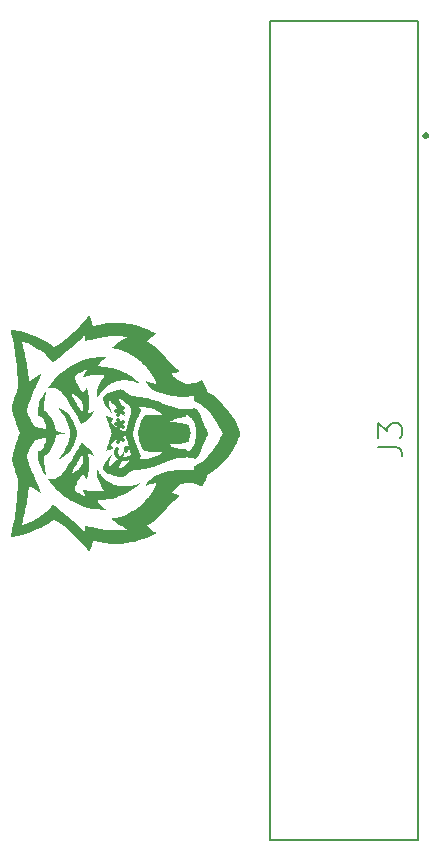
<source format=gto>
%TF.GenerationSoftware,KiCad,Pcbnew,8.0.8*%
%TF.CreationDate,2025-02-05T11:08:30-07:00*%
%TF.ProjectId,IF Box PCB,49462042-6f78-4205-9043-422e6b696361,2*%
%TF.SameCoordinates,Original*%
%TF.FileFunction,Legend,Top*%
%TF.FilePolarity,Positive*%
%FSLAX46Y46*%
G04 Gerber Fmt 4.6, Leading zero omitted, Abs format (unit mm)*
G04 Created by KiCad (PCBNEW 8.0.8) date 2025-02-05 11:08:30*
%MOMM*%
%LPD*%
G01*
G04 APERTURE LIST*
%ADD10C,0.300000*%
%ADD11C,0.150000*%
%ADD12C,0.000000*%
%ADD13C,0.127000*%
G04 APERTURE END LIST*
D10*
X124749757Y-111821427D02*
X124678328Y-111964285D01*
X124678328Y-111964285D02*
X124678328Y-112178570D01*
X124678328Y-112178570D02*
X124749757Y-112392856D01*
X124749757Y-112392856D02*
X124892614Y-112535713D01*
X124892614Y-112535713D02*
X125035471Y-112607142D01*
X125035471Y-112607142D02*
X125321185Y-112678570D01*
X125321185Y-112678570D02*
X125535471Y-112678570D01*
X125535471Y-112678570D02*
X125821185Y-112607142D01*
X125821185Y-112607142D02*
X125964042Y-112535713D01*
X125964042Y-112535713D02*
X126106900Y-112392856D01*
X126106900Y-112392856D02*
X126178328Y-112178570D01*
X126178328Y-112178570D02*
X126178328Y-112035713D01*
X126178328Y-112035713D02*
X126106900Y-111821427D01*
X126106900Y-111821427D02*
X126035471Y-111749999D01*
X126035471Y-111749999D02*
X125535471Y-111749999D01*
X125535471Y-111749999D02*
X125535471Y-112035713D01*
X124678328Y-110892856D02*
X125035471Y-110892856D01*
X124892614Y-111249999D02*
X125035471Y-110892856D01*
X125035471Y-110892856D02*
X124892614Y-110535713D01*
X125321185Y-111107142D02*
X125035471Y-110892856D01*
X125035471Y-110892856D02*
X125321185Y-110678570D01*
X124678328Y-109749999D02*
X125035471Y-109749999D01*
X124892614Y-110107142D02*
X125035471Y-109749999D01*
X125035471Y-109749999D02*
X124892614Y-109392856D01*
X125321185Y-109964285D02*
X125035471Y-109749999D01*
X125035471Y-109749999D02*
X125321185Y-109535713D01*
X124678328Y-108607142D02*
X125035471Y-108607142D01*
X124892614Y-108964285D02*
X125035471Y-108607142D01*
X125035471Y-108607142D02*
X124892614Y-108249999D01*
X125321185Y-108821428D02*
X125035471Y-108607142D01*
X125035471Y-108607142D02*
X125321185Y-108392856D01*
D11*
X146915534Y-111667847D02*
X148346636Y-111667847D01*
X148346636Y-111667847D02*
X148632857Y-111763253D01*
X148632857Y-111763253D02*
X148823671Y-111954067D01*
X148823671Y-111954067D02*
X148919077Y-112240287D01*
X148919077Y-112240287D02*
X148919077Y-112431101D01*
X146915534Y-110904592D02*
X146915534Y-109664304D01*
X146915534Y-109664304D02*
X147678789Y-110332151D01*
X147678789Y-110332151D02*
X147678789Y-110045931D01*
X147678789Y-110045931D02*
X147774196Y-109855117D01*
X147774196Y-109855117D02*
X147869602Y-109759710D01*
X147869602Y-109759710D02*
X148060416Y-109664304D01*
X148060416Y-109664304D02*
X148537450Y-109664304D01*
X148537450Y-109664304D02*
X148728264Y-109759710D01*
X148728264Y-109759710D02*
X148823671Y-109855117D01*
X148823671Y-109855117D02*
X148919077Y-110045931D01*
X148919077Y-110045931D02*
X148919077Y-110618372D01*
X148919077Y-110618372D02*
X148823671Y-110809185D01*
X148823671Y-110809185D02*
X148728264Y-110904592D01*
D12*
%TO.C,G\u002A\u002A\u002A*%
G36*
X119830960Y-108323517D02*
G01*
X119864270Y-108333188D01*
X119910795Y-108350307D01*
X119965813Y-108373053D01*
X120024603Y-108399610D01*
X120064349Y-108418928D01*
X120259309Y-108530742D01*
X120442979Y-108664308D01*
X120614383Y-108818364D01*
X120772545Y-108991643D01*
X120916486Y-109182879D01*
X121045231Y-109390808D01*
X121157803Y-109614165D01*
X121253224Y-109851684D01*
X121311983Y-110034997D01*
X121327815Y-110093448D01*
X121344883Y-110162205D01*
X121362111Y-110236234D01*
X121378424Y-110310501D01*
X121392745Y-110379972D01*
X121403999Y-110439613D01*
X121411108Y-110484390D01*
X121413072Y-110507891D01*
X121410271Y-110528504D01*
X121403106Y-110568464D01*
X121392584Y-110622474D01*
X121379712Y-110685236D01*
X121376221Y-110701788D01*
X121306867Y-110977829D01*
X121219599Y-111236939D01*
X121114591Y-111478840D01*
X120992017Y-111703255D01*
X120852053Y-111909908D01*
X120694872Y-112098521D01*
X120520649Y-112268817D01*
X120329558Y-112420520D01*
X120266137Y-112464253D01*
X120209472Y-112499856D01*
X120145378Y-112536613D01*
X120077736Y-112572692D01*
X120010431Y-112606260D01*
X119947344Y-112635485D01*
X119892360Y-112658534D01*
X119849359Y-112673574D01*
X119822227Y-112678773D01*
X119815585Y-112676890D01*
X119821102Y-112665947D01*
X119840123Y-112641040D01*
X119869060Y-112606749D01*
X119882341Y-112591728D01*
X120008996Y-112439022D01*
X120134843Y-112265789D01*
X120257113Y-112076652D01*
X120373040Y-111876231D01*
X120479854Y-111669147D01*
X120574789Y-111460021D01*
X120606442Y-111382820D01*
X120682593Y-111176992D01*
X120740954Y-110986198D01*
X120781882Y-110807954D01*
X120805735Y-110639779D01*
X120812871Y-110479189D01*
X120803648Y-110323701D01*
X120780027Y-110178303D01*
X120725950Y-109965697D01*
X120652963Y-109744196D01*
X120563378Y-109518363D01*
X120459510Y-109292762D01*
X120343674Y-109071957D01*
X120218184Y-108860510D01*
X120085355Y-108662984D01*
X119947500Y-108483944D01*
X119882341Y-108408272D01*
X119850494Y-108371551D01*
X119827154Y-108342415D01*
X119815910Y-108325447D01*
X119815585Y-108323111D01*
X119830960Y-108323517D01*
G37*
G36*
X123745803Y-104045829D02*
G01*
X123792133Y-104047554D01*
X123817483Y-104050698D01*
X123818939Y-104051177D01*
X123829182Y-104057002D01*
X123830093Y-104065540D01*
X123819208Y-104079626D01*
X123794061Y-104102093D01*
X123752188Y-104135776D01*
X123730657Y-104152668D01*
X123579035Y-104278416D01*
X123444438Y-104404842D01*
X123328904Y-104529815D01*
X123234470Y-104651204D01*
X123192091Y-104715953D01*
X123161269Y-104768194D01*
X123145469Y-104802784D01*
X123146179Y-104823357D01*
X123164888Y-104833549D01*
X123203085Y-104836995D01*
X123241815Y-104837339D01*
X123385557Y-104841638D01*
X123547936Y-104854016D01*
X123723974Y-104873695D01*
X123908692Y-104899895D01*
X124097111Y-104931836D01*
X124284252Y-104968741D01*
X124465135Y-105009829D01*
X124634782Y-105054322D01*
X124642403Y-105056486D01*
X124969870Y-105160182D01*
X125278278Y-105279401D01*
X125569006Y-105414879D01*
X125843428Y-105567352D01*
X126102922Y-105737556D01*
X126348864Y-105926229D01*
X126480043Y-106039201D01*
X126539167Y-106093423D01*
X126592977Y-106145060D01*
X126639325Y-106191787D01*
X126676065Y-106231278D01*
X126701049Y-106261205D01*
X126712131Y-106279244D01*
X126707163Y-106283067D01*
X126704047Y-106281918D01*
X126519979Y-106210108D01*
X126326801Y-106147100D01*
X126131121Y-106094609D01*
X125939546Y-106054349D01*
X125758686Y-106028036D01*
X125706466Y-106023031D01*
X125455598Y-106010254D01*
X125220309Y-106015248D01*
X124997822Y-106038484D01*
X124785361Y-106080434D01*
X124580149Y-106141568D01*
X124379408Y-106222357D01*
X124295581Y-106262354D01*
X124098591Y-106372733D01*
X123913561Y-106501710D01*
X123738817Y-106650742D01*
X123572690Y-106821284D01*
X123413508Y-107014791D01*
X123379238Y-107060612D01*
X123344000Y-107109718D01*
X123308359Y-107162142D01*
X123269974Y-107221593D01*
X123226508Y-107291779D01*
X123175621Y-107376409D01*
X123114974Y-107479192D01*
X123111371Y-107485340D01*
X123094802Y-107512493D01*
X123086050Y-107519678D01*
X123080206Y-107508700D01*
X123077114Y-107497951D01*
X123069079Y-107448365D01*
X123065954Y-107378958D01*
X123067374Y-107294575D01*
X123072977Y-107200062D01*
X123082399Y-107100264D01*
X123095277Y-107000027D01*
X123111247Y-106904195D01*
X123127350Y-106828271D01*
X123184742Y-106631115D01*
X123262921Y-106429301D01*
X123359355Y-106227790D01*
X123471514Y-106031547D01*
X123596869Y-105845532D01*
X123689138Y-105726465D01*
X123723569Y-105683885D01*
X123751030Y-105648604D01*
X123768134Y-105625051D01*
X123772136Y-105617843D01*
X123760390Y-105613669D01*
X123728233Y-105607767D01*
X123680359Y-105600876D01*
X123621459Y-105593730D01*
X123611395Y-105592620D01*
X123529303Y-105585693D01*
X123429438Y-105580481D01*
X123316538Y-105576960D01*
X123195338Y-105575105D01*
X123070577Y-105574891D01*
X122946992Y-105576294D01*
X122829318Y-105579289D01*
X122722294Y-105583850D01*
X122630656Y-105589954D01*
X122559141Y-105597575D01*
X122555164Y-105598142D01*
X122430506Y-105619071D01*
X122302000Y-105645637D01*
X122177441Y-105675981D01*
X122064623Y-105708246D01*
X121994548Y-105731801D01*
X121946348Y-105749044D01*
X121907336Y-105762351D01*
X121883408Y-105769740D01*
X121879126Y-105770606D01*
X121878005Y-105759944D01*
X121886387Y-105730587D01*
X121902656Y-105686483D01*
X121925194Y-105631578D01*
X121952384Y-105569816D01*
X121982609Y-105505145D01*
X122012870Y-105444202D01*
X122048160Y-105379426D01*
X122088306Y-105311961D01*
X122127465Y-105251371D01*
X122150178Y-105219466D01*
X122218765Y-105128653D01*
X122097781Y-105172448D01*
X121934504Y-105234933D01*
X121784909Y-105298982D01*
X121650427Y-105363712D01*
X121532486Y-105428236D01*
X121432517Y-105491671D01*
X121351950Y-105553131D01*
X121292215Y-105611731D01*
X121254740Y-105666587D01*
X121242635Y-105701654D01*
X121237516Y-105784755D01*
X121249681Y-105884090D01*
X121278502Y-105998139D01*
X121323347Y-106125379D01*
X121383588Y-106264289D01*
X121458594Y-106413347D01*
X121547735Y-106571032D01*
X121650382Y-106735823D01*
X121704521Y-106817378D01*
X121754483Y-106890005D01*
X121793641Y-106943567D01*
X121824404Y-106980489D01*
X121849181Y-107003191D01*
X121870381Y-107014096D01*
X121890413Y-107015627D01*
X121899896Y-107013851D01*
X121933199Y-106996301D01*
X121975735Y-106959590D01*
X122024711Y-106906734D01*
X122077334Y-106840743D01*
X122130642Y-106764889D01*
X122165187Y-106714119D01*
X122189401Y-106682623D01*
X122205626Y-106667867D01*
X122216204Y-106667316D01*
X122218695Y-106669622D01*
X122231032Y-106692610D01*
X122247903Y-106735329D01*
X122267818Y-106793016D01*
X122289283Y-106860907D01*
X122310810Y-106934241D01*
X122330906Y-107008255D01*
X122348080Y-107078186D01*
X122351822Y-107094836D01*
X122398595Y-107357883D01*
X122425565Y-107628036D01*
X122432783Y-107900723D01*
X122420301Y-108171373D01*
X122388169Y-108435415D01*
X122336439Y-108688276D01*
X122333828Y-108698626D01*
X122322253Y-108745136D01*
X122313607Y-108781788D01*
X122309411Y-108802078D01*
X122309235Y-108803781D01*
X122320438Y-108807912D01*
X122350638Y-108805538D01*
X122394720Y-108797561D01*
X122447571Y-108784887D01*
X122497322Y-108770548D01*
X122641601Y-108712846D01*
X122767502Y-108637528D01*
X122800952Y-108614300D01*
X122818092Y-108605006D01*
X122822875Y-108608559D01*
X122819448Y-108623243D01*
X122803060Y-108664801D01*
X122776147Y-108720921D01*
X122742149Y-108785159D01*
X122704503Y-108851073D01*
X122666649Y-108912218D01*
X122659204Y-108923535D01*
X122527419Y-109102741D01*
X122381287Y-109267101D01*
X122223456Y-109414195D01*
X122056573Y-109541601D01*
X121883289Y-109646900D01*
X121847843Y-109665221D01*
X121833302Y-109672516D01*
X121771109Y-109703716D01*
X121742659Y-109645156D01*
X121717099Y-109595173D01*
X121679862Y-109526081D01*
X121632376Y-109440323D01*
X121576070Y-109340340D01*
X121512370Y-109228577D01*
X121442705Y-109107475D01*
X121368503Y-108979478D01*
X121291190Y-108847028D01*
X121212196Y-108712568D01*
X121132948Y-108578541D01*
X121054873Y-108447389D01*
X120979400Y-108321556D01*
X120907957Y-108203484D01*
X120841970Y-108095616D01*
X120782869Y-108000394D01*
X120760623Y-107965045D01*
X120645347Y-107785769D01*
X120533236Y-107617323D01*
X120425735Y-107461724D01*
X120324291Y-107320989D01*
X120230350Y-107197138D01*
X120145360Y-107092186D01*
X120132887Y-107077949D01*
X120892591Y-107077949D01*
X120894910Y-107092398D01*
X120909150Y-107126267D01*
X120934100Y-107177477D01*
X120968549Y-107243948D01*
X121011284Y-107323598D01*
X121061095Y-107414350D01*
X121116770Y-107514121D01*
X121177097Y-107620833D01*
X121240867Y-107732404D01*
X121306866Y-107846755D01*
X121373884Y-107961806D01*
X121440710Y-108075477D01*
X121506131Y-108185687D01*
X121568938Y-108290356D01*
X121627917Y-108387405D01*
X121681859Y-108474752D01*
X121729551Y-108550319D01*
X121769782Y-108612025D01*
X121801342Y-108657789D01*
X121823018Y-108685532D01*
X121833302Y-108693319D01*
X121845561Y-108678551D01*
X121861410Y-108644168D01*
X121879035Y-108595195D01*
X121896622Y-108536654D01*
X121911852Y-108475819D01*
X121924559Y-108392403D01*
X121929810Y-108295292D01*
X121927737Y-108194484D01*
X121918472Y-108099975D01*
X121906058Y-108035964D01*
X121858219Y-107898860D01*
X121786318Y-107765920D01*
X121691381Y-107638683D01*
X121574431Y-107518687D01*
X121543175Y-107491114D01*
X121493241Y-107450583D01*
X121432458Y-107404864D01*
X121363850Y-107355878D01*
X121290439Y-107305543D01*
X121215249Y-107255781D01*
X121141305Y-107208511D01*
X121071629Y-107165654D01*
X121009244Y-107129130D01*
X120957176Y-107100858D01*
X120918447Y-107082760D01*
X120896080Y-107076755D01*
X120892591Y-107077949D01*
X120132887Y-107077949D01*
X120087642Y-107026304D01*
X119972113Y-106916232D01*
X119840761Y-106819361D01*
X119699332Y-106739271D01*
X119553570Y-106679543D01*
X119509434Y-106666011D01*
X119425620Y-106647986D01*
X119329046Y-106636160D01*
X119228464Y-106630930D01*
X119132628Y-106632694D01*
X119050290Y-106641849D01*
X119036494Y-106644541D01*
X118992675Y-106653227D01*
X118959711Y-106658542D01*
X118944164Y-106659442D01*
X118943831Y-106659260D01*
X118948198Y-106647100D01*
X118965480Y-106618227D01*
X118993306Y-106575995D01*
X119029307Y-106523756D01*
X119071116Y-106464864D01*
X119116362Y-106402672D01*
X119162678Y-106340534D01*
X119207693Y-106281803D01*
X119234315Y-106248066D01*
X119483598Y-105954490D01*
X119746284Y-105679699D01*
X120021404Y-105424252D01*
X120307986Y-105188707D01*
X120605063Y-104973625D01*
X120911663Y-104779562D01*
X121226818Y-104607080D01*
X121549557Y-104456736D01*
X121878910Y-104329091D01*
X122213909Y-104224702D01*
X122553583Y-104144128D01*
X122896962Y-104087930D01*
X123002880Y-104075663D01*
X123069447Y-104069666D01*
X123148750Y-104064076D01*
X123237043Y-104059008D01*
X123330580Y-104054572D01*
X123425614Y-104050883D01*
X123518400Y-104048051D01*
X123605191Y-104046190D01*
X123682241Y-104045412D01*
X123745803Y-104045829D01*
G37*
G36*
X121847843Y-111334780D02*
G01*
X122022097Y-111435332D01*
X122190482Y-111558480D01*
X122350349Y-111701802D01*
X122499051Y-111862879D01*
X122633939Y-112039289D01*
X122659204Y-112076465D01*
X122696678Y-112135844D01*
X122734646Y-112201307D01*
X122769668Y-112266412D01*
X122798307Y-112324713D01*
X122817124Y-112369767D01*
X122819448Y-112376757D01*
X122822704Y-112391448D01*
X122817363Y-112394415D01*
X122799561Y-112384510D01*
X122765763Y-112360825D01*
X122680203Y-112308234D01*
X122580194Y-112261010D01*
X122476504Y-112223870D01*
X122418904Y-112208806D01*
X122372225Y-112199417D01*
X122335796Y-112193759D01*
X122315919Y-112192757D01*
X122314216Y-112193398D01*
X122314208Y-112207670D01*
X122319716Y-112240083D01*
X122329623Y-112284441D01*
X122333213Y-112298862D01*
X122388241Y-112563073D01*
X122421825Y-112836717D01*
X122433961Y-113115942D01*
X122424646Y-113396897D01*
X122393878Y-113675731D01*
X122341654Y-113948593D01*
X122334458Y-113978657D01*
X122317234Y-114044776D01*
X122297510Y-114113488D01*
X122276735Y-114180498D01*
X122256360Y-114241510D01*
X122237835Y-114292229D01*
X122222610Y-114328358D01*
X122212135Y-114345603D01*
X122210302Y-114346464D01*
X122199968Y-114336578D01*
X122180308Y-114310581D01*
X122155302Y-114273789D01*
X122151589Y-114268060D01*
X122097344Y-114188098D01*
X122044183Y-114117580D01*
X121994963Y-114059907D01*
X121952539Y-114018483D01*
X121926334Y-113999816D01*
X121896657Y-113984950D01*
X121877841Y-113982375D01*
X121858591Y-113992328D01*
X121846070Y-114001482D01*
X121825065Y-114022135D01*
X121794466Y-114058541D01*
X121758541Y-114105384D01*
X121724976Y-114152368D01*
X121616751Y-114315926D01*
X121520592Y-114474802D01*
X121437219Y-114627287D01*
X121367349Y-114771676D01*
X121311701Y-114906262D01*
X121270993Y-115029338D01*
X121245943Y-115139197D01*
X121237271Y-115234134D01*
X121242635Y-115298346D01*
X121264158Y-115350730D01*
X121309078Y-115407310D01*
X121376074Y-115467272D01*
X121463823Y-115529799D01*
X121571004Y-115594074D01*
X121696294Y-115659283D01*
X121838371Y-115724608D01*
X121995912Y-115789234D01*
X122103201Y-115829473D01*
X122218765Y-115871347D01*
X122150178Y-115780535D01*
X122114933Y-115729864D01*
X122074798Y-115665931D01*
X122035617Y-115598299D01*
X122012870Y-115555798D01*
X121981254Y-115492037D01*
X121951127Y-115427410D01*
X121924105Y-115365865D01*
X121901807Y-115311346D01*
X121885847Y-115267802D01*
X121877845Y-115239176D01*
X121879126Y-115229394D01*
X121894311Y-115233462D01*
X121927242Y-115244342D01*
X121972024Y-115260053D01*
X121994548Y-115268199D01*
X122093968Y-115300694D01*
X122210783Y-115332616D01*
X122337201Y-115362108D01*
X122465427Y-115387312D01*
X122555164Y-115401858D01*
X122625152Y-115409581D01*
X122715584Y-115415787D01*
X122821720Y-115420453D01*
X122938825Y-115423554D01*
X123062161Y-115425065D01*
X123186992Y-115424961D01*
X123308580Y-115423217D01*
X123422189Y-115419809D01*
X123523080Y-115414712D01*
X123606519Y-115407902D01*
X123611395Y-115407380D01*
X123671615Y-115400262D01*
X123721555Y-115393281D01*
X123756523Y-115387173D01*
X123771826Y-115382675D01*
X123772136Y-115382157D01*
X123764584Y-115369793D01*
X123744239Y-115342509D01*
X123714485Y-115304737D01*
X123689138Y-115273535D01*
X123556199Y-115097403D01*
X123434719Y-114907638D01*
X123327230Y-114709204D01*
X123236261Y-114507064D01*
X123164343Y-114306179D01*
X123127350Y-114171730D01*
X123108989Y-114083659D01*
X123093404Y-113986974D01*
X123080959Y-113886518D01*
X123072017Y-113787137D01*
X123066942Y-113693677D01*
X123066097Y-113610982D01*
X123069846Y-113543898D01*
X123077114Y-113502049D01*
X123083277Y-113483264D01*
X123090070Y-113481802D01*
X123102403Y-113499472D01*
X123111371Y-113514661D01*
X123183671Y-113636796D01*
X123246991Y-113740611D01*
X123304102Y-113830103D01*
X123357777Y-113909270D01*
X123410787Y-113982110D01*
X123465904Y-114052620D01*
X123525899Y-114124800D01*
X123568832Y-114174513D01*
X123733217Y-114344521D01*
X123913638Y-114497544D01*
X124107597Y-114632113D01*
X124312601Y-114746758D01*
X124526154Y-114840011D01*
X124745759Y-114910402D01*
X124866245Y-114938442D01*
X125087476Y-114972371D01*
X125320616Y-114988085D01*
X125560309Y-114985756D01*
X125801198Y-114965558D01*
X126037929Y-114927666D01*
X126177948Y-114895950D01*
X126237567Y-114879694D01*
X126308607Y-114858550D01*
X126385806Y-114834274D01*
X126463903Y-114808623D01*
X126537638Y-114783353D01*
X126601748Y-114760219D01*
X126650973Y-114740979D01*
X126675560Y-114729850D01*
X126702522Y-114718306D01*
X126718365Y-114715966D01*
X126719026Y-114716411D01*
X126712644Y-114726844D01*
X126691123Y-114751690D01*
X126657398Y-114787766D01*
X126614405Y-114831894D01*
X126588583Y-114857738D01*
X126367760Y-115059475D01*
X126127549Y-115246026D01*
X125869042Y-115416927D01*
X125593334Y-115571712D01*
X125301519Y-115709916D01*
X124994689Y-115831074D01*
X124673940Y-115934721D01*
X124340364Y-116020391D01*
X123995055Y-116087621D01*
X123639107Y-116135944D01*
X123565228Y-116143443D01*
X123485708Y-116150344D01*
X123404604Y-116156146D01*
X123329871Y-116160359D01*
X123269460Y-116162495D01*
X123253088Y-116162662D01*
X123196039Y-116163546D01*
X123160374Y-116168520D01*
X123144548Y-116181064D01*
X123147016Y-116204659D01*
X123166231Y-116242785D01*
X123195930Y-116291384D01*
X123265653Y-116390788D01*
X123353939Y-116497189D01*
X123456734Y-116606420D01*
X123569983Y-116714315D01*
X123689630Y-116816707D01*
X123762602Y-116873618D01*
X123803875Y-116905678D01*
X123826766Y-116926807D01*
X123833889Y-116940053D01*
X123827858Y-116948463D01*
X123827156Y-116948868D01*
X123807786Y-116952265D01*
X123766868Y-116954260D01*
X123708030Y-116954962D01*
X123634903Y-116954480D01*
X123551115Y-116952923D01*
X123460296Y-116950398D01*
X123366077Y-116947016D01*
X123272085Y-116942884D01*
X123181952Y-116938111D01*
X123099305Y-116932806D01*
X123027776Y-116927077D01*
X122996574Y-116924009D01*
X122651104Y-116874537D01*
X122309264Y-116800533D01*
X121972003Y-116702542D01*
X121640267Y-116581111D01*
X121315003Y-116436788D01*
X120997159Y-116270119D01*
X120892591Y-116206438D01*
X120687683Y-116081651D01*
X120387521Y-115871931D01*
X120097620Y-115641506D01*
X119818929Y-115390923D01*
X119552394Y-115120728D01*
X119298962Y-114831469D01*
X119234315Y-114751934D01*
X119191335Y-114697071D01*
X119145562Y-114636688D01*
X119099366Y-114574139D01*
X119055116Y-114512777D01*
X119015180Y-114455957D01*
X118981928Y-114407030D01*
X118957729Y-114369351D01*
X118944951Y-114346273D01*
X118943831Y-114340741D01*
X118957376Y-114341159D01*
X118988967Y-114346080D01*
X119032038Y-114354463D01*
X119036494Y-114355403D01*
X119116518Y-114366241D01*
X119211547Y-114369476D01*
X119312665Y-114365508D01*
X119410958Y-114354733D01*
X119497509Y-114337550D01*
X119509434Y-114334300D01*
X119657387Y-114280280D01*
X119802188Y-114204745D01*
X119938104Y-114111271D01*
X120059400Y-114003434D01*
X120087642Y-113973696D01*
X120139143Y-113914181D01*
X120891886Y-113914181D01*
X120891904Y-113921044D01*
X120892591Y-113922051D01*
X120908245Y-113920929D01*
X120941363Y-113907014D01*
X120988922Y-113882227D01*
X121047899Y-113848486D01*
X121115269Y-113807714D01*
X121188008Y-113761829D01*
X121263094Y-113712753D01*
X121337503Y-113662404D01*
X121408212Y-113612704D01*
X121472195Y-113565573D01*
X121526431Y-113522930D01*
X121543175Y-113508887D01*
X121664954Y-113391055D01*
X121765607Y-113265017D01*
X121843884Y-113132634D01*
X121898532Y-112995767D01*
X121906251Y-112969002D01*
X121917018Y-112923961D01*
X121923807Y-112879819D01*
X121927150Y-112829614D01*
X121927583Y-112766384D01*
X121926341Y-112707051D01*
X121923498Y-112630883D01*
X121919063Y-112572216D01*
X121911906Y-112523328D01*
X121900900Y-112476502D01*
X121884989Y-112424246D01*
X121867593Y-112374759D01*
X121851283Y-112335257D01*
X121838494Y-112311344D01*
X121833978Y-112306907D01*
X121822802Y-112315831D01*
X121800404Y-112344727D01*
X121767990Y-112391614D01*
X121726763Y-112454514D01*
X121677928Y-112531448D01*
X121622690Y-112620435D01*
X121562251Y-112719497D01*
X121497816Y-112826654D01*
X121430591Y-112939927D01*
X121361778Y-113057336D01*
X121292582Y-113176903D01*
X121224207Y-113296647D01*
X121157857Y-113414589D01*
X121134022Y-113457448D01*
X121070933Y-113571440D01*
X121019208Y-113665354D01*
X120977854Y-113741099D01*
X120945877Y-113800587D01*
X120922285Y-113845728D01*
X120906084Y-113878434D01*
X120896282Y-113900615D01*
X120891886Y-113914181D01*
X120139143Y-113914181D01*
X120164863Y-113884458D01*
X120252133Y-113774787D01*
X120348006Y-113646700D01*
X120451036Y-113502214D01*
X120559775Y-113343348D01*
X120672778Y-113172119D01*
X120760623Y-113034955D01*
X120816436Y-112945722D01*
X120879728Y-112842824D01*
X120949072Y-112728705D01*
X121023040Y-112605808D01*
X121100205Y-112476575D01*
X121179138Y-112343448D01*
X121258411Y-112208872D01*
X121336598Y-112075288D01*
X121412269Y-111945139D01*
X121483997Y-111820868D01*
X121550355Y-111704919D01*
X121609914Y-111599732D01*
X121661247Y-111507753D01*
X121702926Y-111431422D01*
X121733523Y-111373184D01*
X121742659Y-111354844D01*
X121771109Y-111296284D01*
X121847843Y-111334780D01*
G37*
G36*
X125125111Y-106784654D02*
G01*
X125157216Y-106789412D01*
X125222894Y-106804818D01*
X125292950Y-106830295D01*
X125369483Y-106867092D01*
X125454594Y-106916457D01*
X125550380Y-106979639D01*
X125658943Y-107057888D01*
X125782382Y-107152451D01*
X125827777Y-107188275D01*
X125892956Y-107239746D01*
X125942281Y-107277579D01*
X125979483Y-107304031D01*
X126008289Y-107321361D01*
X126032431Y-107331827D01*
X126055637Y-107337688D01*
X126080011Y-107341025D01*
X126297446Y-107366367D01*
X126514828Y-107394541D01*
X126727833Y-107424880D01*
X126932135Y-107456713D01*
X127123411Y-107489375D01*
X127297336Y-107522195D01*
X127423287Y-107548605D01*
X127616355Y-107593541D01*
X127790222Y-107638983D01*
X127950874Y-107686837D01*
X128104294Y-107739011D01*
X128256466Y-107797408D01*
X128413307Y-107863906D01*
X128717901Y-107992447D01*
X129014547Y-108105683D01*
X129302249Y-108203432D01*
X129580014Y-108285515D01*
X129846849Y-108351749D01*
X130101759Y-108401955D01*
X130343750Y-108435951D01*
X130571829Y-108453557D01*
X130785001Y-108454591D01*
X130982274Y-108438874D01*
X131162652Y-108406223D01*
X131254654Y-108380871D01*
X131300806Y-108367922D01*
X131341629Y-108359074D01*
X131364449Y-108356448D01*
X131419260Y-108367619D01*
X131480820Y-108398828D01*
X131545411Y-108447165D01*
X131609311Y-108509721D01*
X131668800Y-108583585D01*
X131685062Y-108607258D01*
X131723703Y-108668681D01*
X131759520Y-108732576D01*
X131794565Y-108803322D01*
X131830891Y-108885294D01*
X131870548Y-108982873D01*
X131913094Y-109093794D01*
X131994496Y-109305078D01*
X132080032Y-109516478D01*
X132171846Y-109733012D01*
X132272076Y-109959701D01*
X132382864Y-110201565D01*
X132412886Y-110265897D01*
X132446118Y-110337014D01*
X132475310Y-110399773D01*
X132498913Y-110450818D01*
X132515376Y-110486794D01*
X132523151Y-110504344D01*
X132523553Y-110505520D01*
X132518033Y-110516572D01*
X132503398Y-110546817D01*
X132481372Y-110592669D01*
X132453678Y-110650544D01*
X132423207Y-110714399D01*
X132235189Y-111122730D01*
X132063606Y-111523918D01*
X131913094Y-111906207D01*
X131868382Y-112022628D01*
X131828948Y-112119291D01*
X131792739Y-112200576D01*
X131757704Y-112270859D01*
X131721791Y-112334520D01*
X131685062Y-112392743D01*
X131627597Y-112469403D01*
X131564618Y-112535619D01*
X131499844Y-112588481D01*
X131436996Y-112625078D01*
X131379793Y-112642500D01*
X131364449Y-112643553D01*
X131336150Y-112639886D01*
X131293767Y-112630217D01*
X131252113Y-112618339D01*
X131134183Y-112588478D01*
X130997717Y-112566125D01*
X130848395Y-112551721D01*
X130691895Y-112545707D01*
X130614151Y-112547095D01*
X130533894Y-112548527D01*
X130437487Y-112554921D01*
X130184149Y-112584539D01*
X129923075Y-112630492D01*
X129652807Y-112693198D01*
X129371886Y-112773078D01*
X129078852Y-112870553D01*
X128772249Y-112986040D01*
X128450615Y-113119962D01*
X128404772Y-113140000D01*
X128247556Y-113206262D01*
X128094501Y-113264528D01*
X127939628Y-113316696D01*
X127776956Y-113364663D01*
X127600506Y-113410326D01*
X127423287Y-113451395D01*
X127266708Y-113483850D01*
X127089252Y-113516692D01*
X126923380Y-113544528D01*
X126895244Y-113549250D01*
X126689008Y-113580858D01*
X126474869Y-113610847D01*
X126257152Y-113638548D01*
X126080011Y-113658975D01*
X126054272Y-113662563D01*
X126031113Y-113668626D01*
X126006805Y-113679423D01*
X125977620Y-113697213D01*
X125939826Y-113724254D01*
X125889696Y-113762804D01*
X125827777Y-113811726D01*
X125689475Y-113918947D01*
X125566660Y-114008369D01*
X125457795Y-114080804D01*
X125361339Y-114137062D01*
X125275755Y-114177954D01*
X125199503Y-114204291D01*
X125131044Y-114216884D01*
X125068839Y-114216543D01*
X125061229Y-114215604D01*
X125013047Y-114206601D01*
X124944773Y-114190469D01*
X124860143Y-114168353D01*
X124762890Y-114141397D01*
X124656751Y-114110746D01*
X124545461Y-114077545D01*
X124432756Y-114042939D01*
X124322370Y-114008073D01*
X124218040Y-113974091D01*
X124123500Y-113942138D01*
X124042485Y-113913360D01*
X123978732Y-113888901D01*
X123940237Y-113872036D01*
X123827509Y-113806594D01*
X123738273Y-113732024D01*
X123672518Y-113648287D01*
X123630230Y-113555346D01*
X123611400Y-113453163D01*
X123616014Y-113341701D01*
X123644062Y-113220922D01*
X123695531Y-113090788D01*
X123695547Y-113090752D01*
X123739826Y-113002910D01*
X123789745Y-112917590D01*
X123847570Y-112831865D01*
X123915564Y-112742804D01*
X123995991Y-112647478D01*
X124091116Y-112542960D01*
X124203203Y-112426318D01*
X124230922Y-112398174D01*
X124380663Y-112246723D01*
X124335745Y-112329361D01*
X124286843Y-112427346D01*
X124240781Y-112534867D01*
X124198520Y-112648251D01*
X124161018Y-112763825D01*
X124129235Y-112877915D01*
X124104130Y-112986847D01*
X124086664Y-113086948D01*
X124077796Y-113174544D01*
X124078484Y-113245961D01*
X124085766Y-113286418D01*
X124098224Y-113317950D01*
X124111186Y-113335990D01*
X124115224Y-113337637D01*
X124139310Y-113328334D01*
X124178393Y-113301425D01*
X124231002Y-113258411D01*
X124295667Y-113200792D01*
X124370918Y-113130069D01*
X124455283Y-113047742D01*
X124547293Y-112955313D01*
X124645476Y-112854281D01*
X124748364Y-112746148D01*
X124854484Y-112632413D01*
X124962367Y-112514578D01*
X125070542Y-112394142D01*
X125177539Y-112272607D01*
X125281887Y-112151474D01*
X125309731Y-112118659D01*
X125349612Y-112073008D01*
X125383475Y-112037104D01*
X125408284Y-112013950D01*
X125421005Y-112006549D01*
X125421969Y-112007618D01*
X125420781Y-112028839D01*
X125413328Y-112070184D01*
X125400596Y-112127618D01*
X125383573Y-112197108D01*
X125363247Y-112274618D01*
X125340605Y-112356115D01*
X125317140Y-112435899D01*
X125279225Y-112553867D01*
X125232549Y-112687616D01*
X125179667Y-112830386D01*
X125123133Y-112975415D01*
X125065505Y-113115942D01*
X125021901Y-113217032D01*
X124993353Y-113282658D01*
X124969319Y-113340021D01*
X124951329Y-113385289D01*
X124940912Y-113414633D01*
X124939140Y-113424179D01*
X124953778Y-113425256D01*
X124985872Y-113421980D01*
X125024012Y-113415838D01*
X125099307Y-113394921D01*
X125185319Y-113359329D01*
X125275148Y-113312440D01*
X125361896Y-113257631D01*
X125392844Y-113235260D01*
X125494595Y-113150680D01*
X125600266Y-113048427D01*
X125704671Y-112934350D01*
X125802625Y-112814298D01*
X125888941Y-112694120D01*
X125929857Y-112629619D01*
X125953771Y-112590408D01*
X125973217Y-112557733D01*
X125988075Y-112528708D01*
X125998225Y-112500450D01*
X126003547Y-112470073D01*
X126003921Y-112434694D01*
X125999228Y-112391426D01*
X125989347Y-112337386D01*
X125974158Y-112269689D01*
X125953542Y-112185450D01*
X125927378Y-112081785D01*
X125903093Y-111985782D01*
X125843420Y-111752002D01*
X125788467Y-111542799D01*
X125738176Y-111357982D01*
X125692488Y-111197360D01*
X125651345Y-111060742D01*
X125614689Y-110947940D01*
X125582462Y-110858761D01*
X125554606Y-110793016D01*
X125531062Y-110750513D01*
X125522218Y-110739303D01*
X125506984Y-110725403D01*
X125489393Y-110718031D01*
X125462657Y-110716127D01*
X125419984Y-110718632D01*
X125400538Y-110720308D01*
X125238549Y-110744858D01*
X125083500Y-110789690D01*
X124932423Y-110856044D01*
X124782347Y-110945159D01*
X124673768Y-111023707D01*
X124594677Y-111089580D01*
X124520055Y-111160279D01*
X124452877Y-111232288D01*
X124396117Y-111302089D01*
X124352752Y-111366168D01*
X124325755Y-111421007D01*
X124319629Y-111442280D01*
X124318046Y-111511407D01*
X124340921Y-111577446D01*
X124387557Y-111639147D01*
X124457257Y-111695260D01*
X124462825Y-111698847D01*
X124516564Y-111732993D01*
X124418684Y-111783396D01*
X124357655Y-111812752D01*
X124286670Y-111843838D01*
X124219750Y-111870550D01*
X124211308Y-111873665D01*
X124161343Y-111890781D01*
X124103021Y-111909093D01*
X124041253Y-111927265D01*
X123980953Y-111943964D01*
X123927033Y-111957855D01*
X123884407Y-111967604D01*
X123857987Y-111971876D01*
X123851969Y-111971267D01*
X123854843Y-111958669D01*
X123865426Y-111925987D01*
X123882494Y-111876727D01*
X123904824Y-111814394D01*
X123931193Y-111742493D01*
X123941126Y-111715782D01*
X124012978Y-111521101D01*
X124078599Y-111338975D01*
X124137500Y-111170885D01*
X124189192Y-111018311D01*
X124233185Y-110882734D01*
X124268990Y-110765637D01*
X124296117Y-110668498D01*
X124314077Y-110592800D01*
X124316814Y-110578823D01*
X124324911Y-110512787D01*
X124323233Y-110481174D01*
X126131760Y-110481174D01*
X126131901Y-110521161D01*
X126136972Y-110566438D01*
X126146267Y-110622964D01*
X126169677Y-110733313D01*
X126205217Y-110865068D01*
X126252681Y-111017635D01*
X126311861Y-111190423D01*
X126382549Y-111382837D01*
X126464539Y-111594284D01*
X126557623Y-111824171D01*
X126610151Y-111950348D01*
X126660287Y-112069683D01*
X126701518Y-112168027D01*
X126734604Y-112247686D01*
X126760305Y-112310965D01*
X126779383Y-112360171D01*
X126792597Y-112397610D01*
X126800708Y-112425588D01*
X126804478Y-112446411D01*
X126804666Y-112462386D01*
X126802033Y-112475818D01*
X126797339Y-112489014D01*
X126792148Y-112502161D01*
X126771372Y-112545666D01*
X126742694Y-112593127D01*
X126728293Y-112613374D01*
X126704727Y-112646148D01*
X126689185Y-112671410D01*
X126685501Y-112680860D01*
X126697456Y-112689953D01*
X126730881Y-112696900D01*
X126782116Y-112701732D01*
X126847502Y-112704477D01*
X126923380Y-112705166D01*
X127006090Y-112703829D01*
X127091973Y-112700496D01*
X127177369Y-112695195D01*
X127258618Y-112687958D01*
X127332062Y-112678813D01*
X127353747Y-112675418D01*
X127612284Y-112619946D01*
X127861462Y-112541126D01*
X128100704Y-112439203D01*
X128329435Y-112314423D01*
X128547080Y-112167033D01*
X128555188Y-112160941D01*
X128593945Y-112130753D01*
X128623465Y-112105929D01*
X128639035Y-112090507D01*
X128640318Y-112088034D01*
X128628252Y-112085433D01*
X128594231Y-112082524D01*
X128541519Y-112079469D01*
X128473379Y-112076434D01*
X128393075Y-112073582D01*
X128303870Y-112071079D01*
X128302954Y-112071056D01*
X128138920Y-112066705D01*
X127980476Y-112061859D01*
X127830167Y-112056633D01*
X127690539Y-112051136D01*
X127564139Y-112045481D01*
X127453510Y-112039780D01*
X127361200Y-112034144D01*
X127289754Y-112028685D01*
X127253029Y-112024970D01*
X127193559Y-112015791D01*
X127146621Y-112001900D01*
X127107430Y-111979734D01*
X127071197Y-111945733D01*
X127033138Y-111896334D01*
X126988629Y-111828239D01*
X126922284Y-111711961D01*
X126857731Y-111578939D01*
X126796371Y-111433642D01*
X126739606Y-111280540D01*
X126688836Y-111124102D01*
X126645464Y-110968796D01*
X126610890Y-110819092D01*
X126586516Y-110679459D01*
X126573744Y-110554366D01*
X126572144Y-110500000D01*
X126577989Y-110390605D01*
X126594691Y-110267265D01*
X126621007Y-110133499D01*
X126655694Y-109992827D01*
X126697505Y-109848765D01*
X126745198Y-109704834D01*
X126796843Y-109566386D01*
X129245675Y-109566386D01*
X129257613Y-109568285D01*
X129290759Y-109569473D01*
X129341110Y-109569910D01*
X129404659Y-109569558D01*
X129469533Y-109568542D01*
X129557388Y-109567922D01*
X129650839Y-109569201D01*
X129741082Y-109572135D01*
X129819310Y-109576480D01*
X129851042Y-109579094D01*
X129961251Y-109591303D01*
X130079296Y-109607367D01*
X130201189Y-109626499D01*
X130322942Y-109647911D01*
X130440568Y-109670819D01*
X130550078Y-109694434D01*
X130647486Y-109717971D01*
X130728803Y-109740642D01*
X130790041Y-109761662D01*
X130801983Y-109766671D01*
X130826906Y-109778877D01*
X130845185Y-109792946D01*
X130860472Y-109814147D01*
X130876417Y-109847752D01*
X130896673Y-109899032D01*
X130900341Y-109908661D01*
X130963374Y-110102598D01*
X131002369Y-110291341D01*
X131017326Y-110477337D01*
X131008245Y-110663034D01*
X130975126Y-110850880D01*
X130917969Y-111043321D01*
X130900341Y-111091339D01*
X130879116Y-111145753D01*
X130862752Y-111181694D01*
X130847600Y-111204434D01*
X130830009Y-111219244D01*
X130806326Y-111231393D01*
X130801983Y-111233329D01*
X130746513Y-111253801D01*
X130669946Y-111276125D01*
X130576269Y-111299516D01*
X130469471Y-111323186D01*
X130353539Y-111346349D01*
X130232461Y-111368218D01*
X130110224Y-111388007D01*
X129990817Y-111404929D01*
X129878228Y-111418198D01*
X129851042Y-111420906D01*
X129782078Y-111425863D01*
X129696716Y-111429530D01*
X129603761Y-111431663D01*
X129512019Y-111432019D01*
X129469533Y-111431459D01*
X129397559Y-111430368D01*
X129335195Y-111430100D01*
X129286446Y-111430617D01*
X129255316Y-111431880D01*
X129245675Y-111433614D01*
X129256013Y-111456148D01*
X129284718Y-111487946D01*
X129328366Y-111525568D01*
X129362876Y-111551338D01*
X129472421Y-111620150D01*
X129595130Y-111680022D01*
X129732760Y-111731418D01*
X129887069Y-111774797D01*
X130059814Y-111810623D01*
X130252752Y-111839356D01*
X130467641Y-111861459D01*
X130573527Y-111869471D01*
X130684344Y-111877019D01*
X130634126Y-111970120D01*
X130612423Y-112013178D01*
X130598059Y-112047331D01*
X130593233Y-112067087D01*
X130594270Y-112069625D01*
X130614151Y-112070299D01*
X130651212Y-112061877D01*
X130699906Y-112046199D01*
X130754683Y-112025106D01*
X130809995Y-112000438D01*
X130824644Y-111993230D01*
X130875295Y-111963297D01*
X130932288Y-111922889D01*
X130984661Y-111879883D01*
X130992840Y-111872391D01*
X131114060Y-111745977D01*
X131216643Y-111610150D01*
X131301483Y-111462856D01*
X131369478Y-111302042D01*
X131421522Y-111125653D01*
X131458512Y-110931635D01*
X131478085Y-110759774D01*
X131482873Y-110672727D01*
X131484598Y-110568205D01*
X131483471Y-110453742D01*
X131479705Y-110336873D01*
X131473512Y-110225131D01*
X131465104Y-110126052D01*
X131458751Y-110073426D01*
X131421428Y-109875138D01*
X131367535Y-109692298D01*
X131297664Y-109526593D01*
X131218040Y-109388102D01*
X131163773Y-109314231D01*
X131099070Y-109238510D01*
X131028660Y-109165548D01*
X130957271Y-109099956D01*
X130889633Y-109046343D01*
X130830473Y-109009319D01*
X130828430Y-109008288D01*
X130772198Y-108982258D01*
X130715619Y-108959536D01*
X130664087Y-108941918D01*
X130622993Y-108931197D01*
X130597730Y-108929168D01*
X130594270Y-108930375D01*
X130595089Y-108943545D01*
X130606245Y-108973107D01*
X130625538Y-109013567D01*
X130634126Y-109029880D01*
X130684344Y-109122981D01*
X130573527Y-109130529D01*
X130348033Y-109149758D01*
X130145292Y-109175407D01*
X129963545Y-109207937D01*
X129801037Y-109247811D01*
X129656010Y-109295489D01*
X129526706Y-109351434D01*
X129411369Y-109416107D01*
X129362876Y-109448662D01*
X129311400Y-109488218D01*
X129272657Y-109524169D01*
X129250070Y-109553077D01*
X129245675Y-109566386D01*
X126796843Y-109566386D01*
X126797527Y-109564552D01*
X126853248Y-109431438D01*
X126911117Y-109309009D01*
X126969889Y-109200785D01*
X127028321Y-109110284D01*
X127085167Y-109041026D01*
X127089770Y-109036347D01*
X127133845Y-109000993D01*
X127180871Y-108983551D01*
X127191438Y-108981712D01*
X127251277Y-108974457D01*
X127331742Y-108967524D01*
X127433577Y-108960875D01*
X127557528Y-108954472D01*
X127704339Y-108948278D01*
X127874755Y-108942255D01*
X128069520Y-108936364D01*
X128105862Y-108935353D01*
X128218775Y-108932123D01*
X128323703Y-108928883D01*
X128417998Y-108925733D01*
X128499016Y-108922772D01*
X128564110Y-108920098D01*
X128610633Y-108917813D01*
X128635939Y-108916014D01*
X128639825Y-108915315D01*
X128635515Y-108903597D01*
X128612366Y-108881423D01*
X128573456Y-108850815D01*
X128521864Y-108813798D01*
X128460669Y-108772395D01*
X128392951Y-108728631D01*
X128321789Y-108684528D01*
X128250262Y-108642111D01*
X128181449Y-108603404D01*
X128118430Y-108570429D01*
X128105142Y-108563900D01*
X127878581Y-108465253D01*
X127653230Y-108390073D01*
X127424682Y-108337238D01*
X127188530Y-108305624D01*
X127057547Y-108297036D01*
X126974088Y-108294644D01*
X126894519Y-108294624D01*
X126822615Y-108296752D01*
X126762147Y-108300803D01*
X126716889Y-108306554D01*
X126690613Y-108313780D01*
X126685501Y-108319140D01*
X126692623Y-108334763D01*
X126710973Y-108362952D01*
X126728293Y-108386627D01*
X126757934Y-108431048D01*
X126784101Y-108479492D01*
X126792883Y-108499765D01*
X126798737Y-108513523D01*
X126803682Y-108524577D01*
X126806965Y-108535185D01*
X126807837Y-108547604D01*
X126805546Y-108564093D01*
X126799341Y-108586910D01*
X126788470Y-108618313D01*
X126772182Y-108660559D01*
X126749726Y-108715907D01*
X126720350Y-108786615D01*
X126683303Y-108874940D01*
X126637835Y-108983141D01*
X126609925Y-109049653D01*
X126510605Y-109290590D01*
X126422491Y-109512824D01*
X126345759Y-109715849D01*
X126280587Y-109899157D01*
X126227152Y-110062242D01*
X126185631Y-110204596D01*
X126156200Y-110325715D01*
X126146267Y-110377036D01*
X126136549Y-110436469D01*
X126131760Y-110481174D01*
X124323233Y-110481174D01*
X124321614Y-110450666D01*
X124316814Y-110421177D01*
X124300992Y-110350526D01*
X124275893Y-110258101D01*
X124242005Y-110145381D01*
X124199819Y-110013849D01*
X124149823Y-109864984D01*
X124092507Y-109700269D01*
X124028361Y-109521183D01*
X123957873Y-109329209D01*
X123941126Y-109284218D01*
X123913634Y-109209803D01*
X123889755Y-109143731D01*
X123870710Y-109089508D01*
X123857724Y-109050639D01*
X123852020Y-109030630D01*
X123851969Y-109028733D01*
X123866407Y-109029087D01*
X123899970Y-109035730D01*
X123947743Y-109047323D01*
X124004807Y-109062528D01*
X124066246Y-109080006D01*
X124127142Y-109098420D01*
X124182580Y-109116430D01*
X124211308Y-109126535D01*
X124272780Y-109150357D01*
X124335149Y-109176802D01*
X124393552Y-109203550D01*
X124443127Y-109228281D01*
X124479012Y-109248672D01*
X124496343Y-109262404D01*
X124496508Y-109262661D01*
X124491574Y-109275954D01*
X124470348Y-109294779D01*
X124460830Y-109301085D01*
X124393979Y-109353280D01*
X124346668Y-109413740D01*
X124320668Y-109479244D01*
X124317752Y-109546573D01*
X124319629Y-109557720D01*
X124339560Y-109611343D01*
X124378329Y-109674781D01*
X124433030Y-109745067D01*
X124500754Y-109819239D01*
X124578594Y-109894329D01*
X124663643Y-109967375D01*
X124752992Y-110035410D01*
X124843734Y-110095470D01*
X124851719Y-110100293D01*
X125004767Y-110178709D01*
X125166224Y-110236609D01*
X125330666Y-110272201D01*
X125395167Y-110279713D01*
X125446236Y-110283594D01*
X125478779Y-110283684D01*
X125499334Y-110279010D01*
X125514440Y-110268599D01*
X125522082Y-110260844D01*
X125543310Y-110229257D01*
X125568606Y-110175561D01*
X125598067Y-110099450D01*
X125631784Y-110000615D01*
X125669853Y-109878750D01*
X125712367Y-109733548D01*
X125759420Y-109564701D01*
X125811106Y-109371903D01*
X125867519Y-109154847D01*
X125903197Y-109014728D01*
X125933847Y-108893985D01*
X125958840Y-108794907D01*
X125978294Y-108714607D01*
X125992330Y-108650196D01*
X126001067Y-108598786D01*
X126004624Y-108557491D01*
X126003121Y-108523421D01*
X125996678Y-108493690D01*
X125985414Y-108465409D01*
X125969447Y-108435690D01*
X125948899Y-108401647D01*
X125929857Y-108370382D01*
X125852223Y-108252652D01*
X125760077Y-108131807D01*
X125658605Y-108013697D01*
X125552995Y-107904170D01*
X125448432Y-107809075D01*
X125392844Y-107764741D01*
X125309103Y-107707794D01*
X125219638Y-107657474D01*
X125131349Y-107617157D01*
X125051136Y-107590222D01*
X125024012Y-107584162D01*
X124982356Y-107577552D01*
X124951576Y-107574650D01*
X124939140Y-107575821D01*
X124941967Y-107588782D01*
X124953649Y-107620859D01*
X124972645Y-107668186D01*
X124997413Y-107726897D01*
X125020387Y-107779557D01*
X125113355Y-107999295D01*
X125199448Y-108221768D01*
X125275537Y-108438616D01*
X125322290Y-108586305D01*
X125351381Y-108685616D01*
X125376500Y-108776300D01*
X125396934Y-108855431D01*
X125411973Y-108920087D01*
X125420905Y-108967342D01*
X125423019Y-108994274D01*
X125422356Y-108997606D01*
X125413183Y-108992960D01*
X125391072Y-108971992D01*
X125359093Y-108937873D01*
X125320319Y-108893775D01*
X125309731Y-108881335D01*
X125206845Y-108761148D01*
X125100822Y-108640045D01*
X124993137Y-108519530D01*
X124885265Y-108401110D01*
X124778680Y-108286289D01*
X124674858Y-108176573D01*
X124575274Y-108073465D01*
X124481401Y-107978473D01*
X124394716Y-107893099D01*
X124316693Y-107818851D01*
X124248807Y-107757232D01*
X124192533Y-107709748D01*
X124149346Y-107677904D01*
X124120720Y-107663205D01*
X124115224Y-107662364D01*
X124103262Y-107673292D01*
X124090074Y-107700718D01*
X124085766Y-107713582D01*
X124077392Y-107770352D01*
X124079241Y-107846053D01*
X124090354Y-107937008D01*
X124109772Y-108039538D01*
X124136534Y-108149965D01*
X124169683Y-108264611D01*
X124208258Y-108379798D01*
X124251301Y-108491849D01*
X124297852Y-108597085D01*
X124335560Y-108671301D01*
X124380100Y-108753277D01*
X124230641Y-108601826D01*
X124114815Y-108482268D01*
X124016411Y-108375564D01*
X123933170Y-108278790D01*
X123862833Y-108189023D01*
X123803142Y-108103340D01*
X123751837Y-108018817D01*
X123706661Y-107932530D01*
X123695547Y-107909248D01*
X123644071Y-107779155D01*
X123616000Y-107658448D01*
X123611356Y-107547060D01*
X123630160Y-107444925D01*
X123672433Y-107351978D01*
X123738194Y-107268152D01*
X123827465Y-107193381D01*
X123940237Y-107127613D01*
X123988707Y-107106489D01*
X124058328Y-107080039D01*
X124145842Y-107049295D01*
X124247990Y-107015293D01*
X124361515Y-106979064D01*
X124483158Y-106941642D01*
X124609663Y-106904060D01*
X124737770Y-106867351D01*
X124864221Y-106832548D01*
X124904916Y-106821688D01*
X124974729Y-106803544D01*
X125025958Y-106791498D01*
X125064299Y-106784820D01*
X125095451Y-106782781D01*
X125125111Y-106784654D01*
G37*
G36*
X122431963Y-100510391D02*
G01*
X122450943Y-100537681D01*
X122475402Y-100579426D01*
X122503020Y-100631300D01*
X122531479Y-100688977D01*
X122558459Y-100748131D01*
X122578080Y-100795283D01*
X122603846Y-100866008D01*
X122630496Y-100948493D01*
X122656761Y-101037786D01*
X122681371Y-101128933D01*
X122703058Y-101216979D01*
X122720553Y-101296970D01*
X122732587Y-101363954D01*
X122737891Y-101412976D01*
X122738034Y-101419741D01*
X122742509Y-101439580D01*
X122759037Y-101439352D01*
X122760104Y-101438948D01*
X122795013Y-101427188D01*
X122849649Y-101410892D01*
X122919197Y-101391339D01*
X122998839Y-101369810D01*
X123083761Y-101347581D01*
X123169144Y-101325932D01*
X123250173Y-101306142D01*
X123322031Y-101289489D01*
X123328143Y-101288130D01*
X123509816Y-101250023D01*
X123680797Y-101218908D01*
X123846441Y-101194240D01*
X124012105Y-101175476D01*
X124183145Y-101162074D01*
X124364919Y-101153489D01*
X124562781Y-101149179D01*
X124705462Y-101148411D01*
X124842805Y-101148696D01*
X124959837Y-101149756D01*
X125061465Y-101151898D01*
X125152594Y-101155427D01*
X125238134Y-101160652D01*
X125322990Y-101167878D01*
X125412070Y-101177413D01*
X125510281Y-101189564D01*
X125622530Y-101204636D01*
X125637199Y-101206659D01*
X125971736Y-101262622D01*
X126312878Y-101338338D01*
X126654777Y-101432048D01*
X126991586Y-101541998D01*
X127317456Y-101666428D01*
X127626540Y-101803582D01*
X127631380Y-101805900D01*
X127706176Y-101842534D01*
X127782860Y-101881435D01*
X127858109Y-101920774D01*
X127928599Y-101958724D01*
X127991007Y-101993455D01*
X128042011Y-102023139D01*
X128078287Y-102045947D01*
X128096511Y-102060050D01*
X128098014Y-102062686D01*
X128088282Y-102072983D01*
X128062276Y-102093485D01*
X128024780Y-102120512D01*
X128006579Y-102133043D01*
X127920376Y-102194771D01*
X127822703Y-102270048D01*
X127719390Y-102354066D01*
X127616267Y-102442015D01*
X127519161Y-102529089D01*
X127467428Y-102577744D01*
X127322393Y-102717034D01*
X127398063Y-102757056D01*
X127651052Y-102903983D01*
X127897951Y-103074027D01*
X128139212Y-103267568D01*
X128375288Y-103484988D01*
X128606631Y-103726670D01*
X128766674Y-103911299D01*
X128965258Y-104143791D01*
X129156576Y-104355792D01*
X129343322Y-104549979D01*
X129528194Y-104729035D01*
X129713886Y-104895638D01*
X129903096Y-105052469D01*
X129958242Y-105095908D01*
X130005971Y-105134117D01*
X130045417Y-105167661D01*
X130072774Y-105193157D01*
X130084233Y-105207224D01*
X130084359Y-105207941D01*
X130073292Y-105223613D01*
X130043032Y-105245743D01*
X129997990Y-105271902D01*
X129942579Y-105299659D01*
X129881209Y-105326583D01*
X129840065Y-105342540D01*
X129779631Y-105362450D01*
X129705711Y-105383546D01*
X129629671Y-105402701D01*
X129587854Y-105411941D01*
X129530885Y-105424065D01*
X129483567Y-105434858D01*
X129451036Y-105443102D01*
X129438537Y-105447428D01*
X129440866Y-105461912D01*
X129457387Y-105491852D01*
X129485486Y-105533896D01*
X129522550Y-105584690D01*
X129565965Y-105640881D01*
X129613118Y-105699116D01*
X129661396Y-105756041D01*
X129708185Y-105808303D01*
X129750871Y-105852549D01*
X129764435Y-105865592D01*
X129919837Y-105995933D01*
X130083036Y-106102592D01*
X130254830Y-106185862D01*
X130436012Y-106246031D01*
X130627377Y-106283390D01*
X130829722Y-106298230D01*
X130946387Y-106296881D01*
X131164103Y-106276371D01*
X131384110Y-106232729D01*
X131601870Y-106167108D01*
X131812844Y-106080658D01*
X131828850Y-106073088D01*
X131890944Y-106044498D01*
X131934200Y-106027345D01*
X131961708Y-106020600D01*
X131976557Y-106023233D01*
X131977099Y-106023656D01*
X131996929Y-106046052D01*
X132026000Y-106086629D01*
X132061804Y-106141249D01*
X132101830Y-106205774D01*
X132143568Y-106276067D01*
X132184507Y-106347990D01*
X132222138Y-106417406D01*
X132253525Y-106479297D01*
X132289785Y-106558390D01*
X132327977Y-106648697D01*
X132363492Y-106738938D01*
X132391057Y-106815838D01*
X132447339Y-106984555D01*
X132574778Y-107064265D01*
X132902656Y-107284132D01*
X133214921Y-107523677D01*
X133511169Y-107782460D01*
X133791001Y-108060039D01*
X134054013Y-108355972D01*
X134299805Y-108669820D01*
X134527974Y-109001139D01*
X134738118Y-109349489D01*
X134858773Y-109573039D01*
X134907288Y-109669787D01*
X134956629Y-109773371D01*
X135005567Y-109880750D01*
X135052869Y-109988878D01*
X135097306Y-110094711D01*
X135137646Y-110195208D01*
X135172658Y-110287323D01*
X135201111Y-110368013D01*
X135221775Y-110434234D01*
X135233419Y-110482943D01*
X135235552Y-110504708D01*
X135231242Y-110525940D01*
X135219889Y-110565766D01*
X135203064Y-110619073D01*
X135182337Y-110680748D01*
X135175007Y-110701788D01*
X135059957Y-110999095D01*
X134923014Y-111300164D01*
X134766311Y-111601077D01*
X134591980Y-111897918D01*
X134402154Y-112186768D01*
X134257318Y-112387280D01*
X134008264Y-112698015D01*
X133741586Y-112991135D01*
X133458060Y-113265924D01*
X133158464Y-113521667D01*
X132843574Y-113757651D01*
X132574778Y-113935735D01*
X132447339Y-114015445D01*
X132391057Y-114184163D01*
X132362558Y-114263533D01*
X132326903Y-114353932D01*
X132288702Y-114444076D01*
X132253525Y-114520703D01*
X132221606Y-114583604D01*
X132183907Y-114653088D01*
X132142937Y-114725017D01*
X132101206Y-114795254D01*
X132061225Y-114859660D01*
X132025505Y-114914099D01*
X131996554Y-114954432D01*
X131977099Y-114976345D01*
X131962895Y-114979494D01*
X131936212Y-114973326D01*
X131893961Y-114956810D01*
X131833054Y-114928917D01*
X131828850Y-114926912D01*
X131636332Y-114845488D01*
X131438370Y-114781770D01*
X131238201Y-114736146D01*
X131039064Y-114709004D01*
X130844195Y-114700731D01*
X130656832Y-114711716D01*
X130480214Y-114742345D01*
X130420047Y-114758208D01*
X130232971Y-114824591D01*
X130059345Y-114911678D01*
X129898135Y-115020157D01*
X129748306Y-115150719D01*
X129618363Y-115292453D01*
X129576101Y-115345084D01*
X129535156Y-115398957D01*
X129498209Y-115450198D01*
X129467935Y-115494932D01*
X129447014Y-115529287D01*
X129438124Y-115549389D01*
X129438537Y-115552572D01*
X129452540Y-115557316D01*
X129486147Y-115565755D01*
X129534219Y-115576668D01*
X129587854Y-115588059D01*
X129659726Y-115604556D01*
X129736280Y-115624866D01*
X129806152Y-115645861D01*
X129840065Y-115657460D01*
X129902944Y-115682531D01*
X129962742Y-115710020D01*
X130015049Y-115737497D01*
X130055452Y-115762531D01*
X130079541Y-115782692D01*
X130084359Y-115792059D01*
X130074927Y-115804628D01*
X130049168Y-115829008D01*
X130010891Y-115861815D01*
X129963904Y-115899669D01*
X129958242Y-115904093D01*
X129767531Y-116058621D01*
X129581108Y-116222156D01*
X129396277Y-116397376D01*
X129210342Y-116586962D01*
X129020607Y-116793593D01*
X128824377Y-117019950D01*
X128766674Y-117088702D01*
X128538388Y-117347666D01*
X128305687Y-117582102D01*
X128068118Y-117792391D01*
X127825230Y-117978913D01*
X127576569Y-118142051D01*
X127398063Y-118242944D01*
X127322393Y-118282966D01*
X127467428Y-118422256D01*
X127558303Y-118506585D01*
X127658610Y-118594605D01*
X127762520Y-118681509D01*
X127864202Y-118762487D01*
X127957829Y-118832732D01*
X128006579Y-118866957D01*
X128047503Y-118895639D01*
X128078966Y-118919357D01*
X128096182Y-118934431D01*
X128098014Y-118937315D01*
X128087269Y-118947754D01*
X128057250Y-118967571D01*
X128011280Y-118994937D01*
X127952682Y-119028023D01*
X127884780Y-119065001D01*
X127810896Y-119104042D01*
X127734354Y-119143317D01*
X127658477Y-119180998D01*
X127631380Y-119194100D01*
X127322616Y-119331446D01*
X126996972Y-119456096D01*
X126660294Y-119566294D01*
X126318431Y-119660282D01*
X125977230Y-119736304D01*
X125642539Y-119792601D01*
X125637199Y-119793341D01*
X125522932Y-119808786D01*
X125423293Y-119821271D01*
X125333376Y-119831104D01*
X125248271Y-119838592D01*
X125163074Y-119844041D01*
X125072875Y-119847758D01*
X124972769Y-119850050D01*
X124857848Y-119851224D01*
X124723205Y-119851586D01*
X124705462Y-119851589D01*
X124493978Y-119849813D01*
X124302135Y-119844123D01*
X124124577Y-119833976D01*
X123955947Y-119818827D01*
X123790888Y-119798135D01*
X123624044Y-119771355D01*
X123450059Y-119737944D01*
X123328143Y-119711870D01*
X123257395Y-119695578D01*
X123177023Y-119676028D01*
X123091844Y-119654500D01*
X123006674Y-119632271D01*
X122926330Y-119610621D01*
X122855628Y-119590828D01*
X122799384Y-119574172D01*
X122762416Y-119561930D01*
X122760104Y-119561052D01*
X122742945Y-119560041D01*
X122738041Y-119578921D01*
X122738034Y-119580260D01*
X122734127Y-119625378D01*
X122723254Y-119689383D01*
X122706682Y-119767321D01*
X122685682Y-119854239D01*
X122661521Y-119945183D01*
X122635469Y-120035198D01*
X122608795Y-120119331D01*
X122582767Y-120192628D01*
X122578080Y-120204717D01*
X122554091Y-120261810D01*
X122526697Y-120321019D01*
X122498218Y-120378017D01*
X122470972Y-120428478D01*
X122447278Y-120468079D01*
X122429456Y-120492492D01*
X122420780Y-120498120D01*
X122410405Y-120487820D01*
X122386474Y-120460788D01*
X122351380Y-120419832D01*
X122307516Y-120367759D01*
X122257275Y-120307376D01*
X122229799Y-120274082D01*
X122068518Y-120082436D01*
X121975289Y-119971655D01*
X121722543Y-119684874D01*
X121472367Y-119414470D01*
X121225568Y-119161172D01*
X120982953Y-118925711D01*
X120745328Y-118708817D01*
X120513501Y-118511219D01*
X120288277Y-118333649D01*
X120070464Y-118176835D01*
X119860869Y-118041508D01*
X119660297Y-117928398D01*
X119609353Y-117902533D01*
X119475956Y-117836437D01*
X119281448Y-117956241D01*
X118964840Y-118144016D01*
X118642541Y-118321155D01*
X118317096Y-118486593D01*
X117991046Y-118639263D01*
X117666935Y-118778099D01*
X117347304Y-118902037D01*
X117034697Y-119010009D01*
X116731656Y-119100951D01*
X116440724Y-119173796D01*
X116312363Y-119200797D01*
X116239598Y-119214344D01*
X116160591Y-119227726D01*
X116079324Y-119240412D01*
X115999781Y-119251875D01*
X115925941Y-119261585D01*
X115861788Y-119269014D01*
X115811303Y-119273633D01*
X115778469Y-119274913D01*
X115767547Y-119273142D01*
X115768269Y-119259174D01*
X115775012Y-119225690D01*
X115786699Y-119177378D01*
X115802255Y-119118926D01*
X115806151Y-119104956D01*
X115872113Y-118855818D01*
X115936330Y-118584631D01*
X115998240Y-118294541D01*
X116057279Y-117988696D01*
X116112887Y-117670240D01*
X116164501Y-117342322D01*
X116211560Y-117008088D01*
X116253500Y-116670683D01*
X116274251Y-116484260D01*
X116290155Y-116327397D01*
X116305339Y-116162790D01*
X116319684Y-115992728D01*
X116333077Y-115819503D01*
X116345400Y-115645406D01*
X116356539Y-115472729D01*
X116366378Y-115303761D01*
X116374800Y-115140795D01*
X116381691Y-114986120D01*
X116386934Y-114842029D01*
X116390413Y-114710812D01*
X116392014Y-114594760D01*
X116391620Y-114496164D01*
X116389115Y-114417315D01*
X116384384Y-114360505D01*
X116382240Y-114346574D01*
X116374293Y-114313354D01*
X116359283Y-114260214D01*
X116338420Y-114191062D01*
X116312912Y-114109808D01*
X116283967Y-114020359D01*
X116252796Y-113926625D01*
X116247676Y-113911470D01*
X116183148Y-113718717D01*
X116123412Y-113535856D01*
X116069258Y-113365425D01*
X116021473Y-113209964D01*
X115980849Y-113072011D01*
X115948172Y-112954106D01*
X115938018Y-112915144D01*
X115921314Y-112847181D01*
X115910716Y-112795102D01*
X115905292Y-112750570D01*
X115904110Y-112705246D01*
X115906239Y-112650793D01*
X115907003Y-112637686D01*
X115913335Y-112562812D01*
X115923930Y-112484355D01*
X115939629Y-112398073D01*
X115961270Y-112299720D01*
X115989693Y-112185056D01*
X116016784Y-112082771D01*
X116044783Y-111984231D01*
X116080606Y-111866142D01*
X116122928Y-111732457D01*
X116170423Y-111587133D01*
X116221767Y-111434125D01*
X116275634Y-111277388D01*
X116330700Y-111120878D01*
X116385640Y-110968550D01*
X116431866Y-110843669D01*
X116560810Y-110500000D01*
X116431866Y-110156331D01*
X116378098Y-110010779D01*
X116323062Y-109857637D01*
X116268083Y-109700860D01*
X116214486Y-109544403D01*
X116163595Y-109392222D01*
X116116737Y-109248272D01*
X116075235Y-109116508D01*
X116040415Y-109000887D01*
X116016784Y-108917230D01*
X115982555Y-108787081D01*
X115955756Y-108676518D01*
X115935547Y-108581298D01*
X115921089Y-108497178D01*
X115911542Y-108419914D01*
X115907003Y-108362314D01*
X115904308Y-108304946D01*
X115904732Y-108258424D01*
X115909206Y-108214410D01*
X115918663Y-108164566D01*
X115934034Y-108100556D01*
X115938018Y-108084856D01*
X115967472Y-107975221D01*
X116005174Y-107844575D01*
X116050335Y-107695458D01*
X116102166Y-107530408D01*
X116159877Y-107351964D01*
X116222679Y-107162665D01*
X116247676Y-107088530D01*
X116279092Y-106994473D01*
X116308474Y-106904074D01*
X116334614Y-106821244D01*
X116356303Y-106749890D01*
X116372331Y-106693922D01*
X116381492Y-106657247D01*
X116382240Y-106653426D01*
X116387757Y-106604658D01*
X116391008Y-106533070D01*
X116392109Y-106440954D01*
X116391176Y-106330600D01*
X116388325Y-106204299D01*
X116383670Y-106064342D01*
X116377329Y-105913021D01*
X116369416Y-105752626D01*
X116360048Y-105585448D01*
X116349339Y-105413779D01*
X116337407Y-105239909D01*
X116324366Y-105066129D01*
X116310333Y-104894731D01*
X116295422Y-104728005D01*
X116279751Y-104568242D01*
X116274251Y-104515740D01*
X116235375Y-104177934D01*
X116191072Y-103841561D01*
X116141903Y-103509767D01*
X116088429Y-103185701D01*
X116031214Y-102872507D01*
X115993347Y-102684928D01*
X116688623Y-102684928D01*
X116690997Y-102697449D01*
X116699885Y-102729042D01*
X116713854Y-102774842D01*
X116730286Y-102826339D01*
X116787646Y-103013527D01*
X116845721Y-103223857D01*
X116904098Y-103455273D01*
X116962363Y-103705720D01*
X117020104Y-103973141D01*
X117076908Y-104255481D01*
X117132361Y-104550683D01*
X117186051Y-104856691D01*
X117237564Y-105171450D01*
X117286489Y-105492903D01*
X117332410Y-105818994D01*
X117334385Y-105833635D01*
X117344772Y-105909350D01*
X117354300Y-105976089D01*
X117362385Y-106029979D01*
X117368445Y-106067149D01*
X117371895Y-106083728D01*
X117372139Y-106084188D01*
X117383519Y-106079108D01*
X117410784Y-106061766D01*
X117449625Y-106035015D01*
X117487776Y-106007560D01*
X117547119Y-105965079D01*
X117617305Y-105916456D01*
X117695753Y-105863332D01*
X117779886Y-105807351D01*
X117867125Y-105750153D01*
X117954890Y-105693381D01*
X118040603Y-105638678D01*
X118121686Y-105587686D01*
X118195558Y-105542046D01*
X118259643Y-105503401D01*
X118311360Y-105473393D01*
X118348131Y-105453664D01*
X118367378Y-105445857D01*
X118369409Y-105446139D01*
X118365576Y-105458340D01*
X118352705Y-105491407D01*
X118331752Y-105543045D01*
X118303671Y-105610959D01*
X118269415Y-105692854D01*
X118229940Y-105786437D01*
X118186199Y-105889413D01*
X118142233Y-105992291D01*
X118012908Y-106295669D01*
X117891731Y-106583259D01*
X117778935Y-106854459D01*
X117674755Y-107108664D01*
X117579423Y-107345272D01*
X117493175Y-107563680D01*
X117416243Y-107763283D01*
X117348862Y-107943479D01*
X117291265Y-108103664D01*
X117243687Y-108243235D01*
X117206361Y-108361590D01*
X117179520Y-108458123D01*
X117168972Y-108503297D01*
X117147133Y-108606444D01*
X117181888Y-108704342D01*
X117225900Y-108820636D01*
X117278023Y-108945530D01*
X117336368Y-109075378D01*
X117399048Y-109206532D01*
X117464175Y-109335348D01*
X117529861Y-109458178D01*
X117594217Y-109571376D01*
X117655356Y-109671297D01*
X117711390Y-109754293D01*
X117754052Y-109809349D01*
X117799445Y-109859987D01*
X117838776Y-109895431D01*
X117880120Y-109921376D01*
X117931550Y-109943521D01*
X117957376Y-109952806D01*
X117998543Y-109965806D01*
X118057460Y-109982603D01*
X118130390Y-110002288D01*
X118213599Y-110023951D01*
X118303350Y-110046682D01*
X118395909Y-110069569D01*
X118487540Y-110091704D01*
X118574508Y-110112177D01*
X118653077Y-110130076D01*
X118719512Y-110144493D01*
X118770078Y-110154516D01*
X118801038Y-110159236D01*
X118805665Y-110159484D01*
X118814070Y-110157256D01*
X118818756Y-110148349D01*
X118819450Y-110129431D01*
X118815884Y-110097169D01*
X118807786Y-110048231D01*
X118794887Y-109979282D01*
X118788269Y-109945085D01*
X118748472Y-109776165D01*
X118697802Y-109619990D01*
X118637351Y-109478134D01*
X118568214Y-109352171D01*
X118491484Y-109243676D01*
X118408254Y-109154225D01*
X118319618Y-109085392D01*
X118226670Y-109038751D01*
X118144215Y-109017604D01*
X118084310Y-109008953D01*
X118084353Y-108881115D01*
X118093448Y-108641398D01*
X118119938Y-108401698D01*
X118162870Y-108165143D01*
X118221293Y-107934861D01*
X118294256Y-107713978D01*
X118380805Y-107505624D01*
X118479989Y-107312924D01*
X118590856Y-107139008D01*
X118631137Y-107084590D01*
X118666948Y-107039492D01*
X118705075Y-106993779D01*
X118741991Y-106951392D01*
X118774170Y-106916273D01*
X118798085Y-106892366D01*
X118810208Y-106883611D01*
X118810765Y-106883821D01*
X118809650Y-106896970D01*
X118803720Y-106930401D01*
X118793819Y-106979818D01*
X118780794Y-107040924D01*
X118772240Y-107079583D01*
X118744132Y-107212459D01*
X118716085Y-107358673D01*
X118689424Y-107510418D01*
X118665469Y-107659888D01*
X118645542Y-107799278D01*
X118632979Y-107901986D01*
X118626337Y-107976268D01*
X118621027Y-108063187D01*
X118617147Y-108157212D01*
X118614797Y-108252808D01*
X118614074Y-108344443D01*
X118615079Y-108426584D01*
X118617909Y-108493698D01*
X118621706Y-108533965D01*
X118627593Y-108564740D01*
X118638500Y-108586351D01*
X118659990Y-108605507D01*
X118697631Y-108628919D01*
X118703090Y-108632097D01*
X118827077Y-108717381D01*
X118946421Y-108825716D01*
X119060056Y-108955186D01*
X119166919Y-109103873D01*
X119265943Y-109269862D01*
X119356065Y-109451234D01*
X119436219Y-109646074D01*
X119505341Y-109852464D01*
X119562365Y-110068488D01*
X119597794Y-110242630D01*
X119613658Y-110332082D01*
X120034485Y-110412600D01*
X120133821Y-110431802D01*
X120224799Y-110449765D01*
X120304572Y-110465898D01*
X120370292Y-110479608D01*
X120419111Y-110490305D01*
X120448180Y-110497396D01*
X120455313Y-110500027D01*
X120443392Y-110503941D01*
X120409529Y-110511924D01*
X120356568Y-110523383D01*
X120287356Y-110537726D01*
X120204738Y-110554362D01*
X120111560Y-110572697D01*
X120033914Y-110587697D01*
X119612516Y-110668458D01*
X119604251Y-110726111D01*
X119593106Y-110788624D01*
X119575522Y-110868936D01*
X119553094Y-110960936D01*
X119527418Y-111058514D01*
X119500087Y-111155558D01*
X119472698Y-111245959D01*
X119452587Y-111307150D01*
X119377132Y-111503336D01*
X119290414Y-111686979D01*
X119193848Y-111856078D01*
X119088847Y-112008629D01*
X118976828Y-112142631D01*
X118859203Y-112256082D01*
X118737390Y-112346979D01*
X118703090Y-112367903D01*
X118663297Y-112392209D01*
X118640276Y-112411508D01*
X118628462Y-112432511D01*
X118622290Y-112461927D01*
X118621706Y-112466035D01*
X118617289Y-112516511D01*
X118614780Y-112586597D01*
X118614078Y-112670761D01*
X118615087Y-112763469D01*
X118617707Y-112859189D01*
X118621839Y-112952387D01*
X118627385Y-113037531D01*
X118632979Y-113098014D01*
X118648546Y-113223060D01*
X118669240Y-113364685D01*
X118693742Y-113515082D01*
X118720728Y-113666444D01*
X118748877Y-113810966D01*
X118772240Y-113920417D01*
X118786676Y-113986288D01*
X118798472Y-114042934D01*
X118806784Y-114086060D01*
X118810764Y-114111368D01*
X118810765Y-114116180D01*
X118800584Y-114109873D01*
X118778116Y-114087859D01*
X118746886Y-114054079D01*
X118710423Y-114012477D01*
X118672253Y-113966993D01*
X118635903Y-113921570D01*
X118631137Y-113915410D01*
X118516506Y-113748610D01*
X118413233Y-113561960D01*
X118322271Y-113358589D01*
X118244572Y-113141624D01*
X118181087Y-112914194D01*
X118132769Y-112679425D01*
X118100569Y-112440446D01*
X118085439Y-112200383D01*
X118084353Y-112118885D01*
X118084310Y-111991047D01*
X118144215Y-111982396D01*
X118239994Y-111956077D01*
X118332400Y-111906212D01*
X118420340Y-111834377D01*
X118502720Y-111742145D01*
X118578446Y-111631093D01*
X118646424Y-111502794D01*
X118705563Y-111358824D01*
X118754767Y-111200756D01*
X118788269Y-111054916D01*
X118803181Y-110976961D01*
X118813181Y-110920360D01*
X118818541Y-110881778D01*
X118819531Y-110857884D01*
X118816421Y-110845343D01*
X118809482Y-110840825D01*
X118805665Y-110840517D01*
X118780631Y-110843607D01*
X118734952Y-110852270D01*
X118672361Y-110865596D01*
X118596588Y-110882673D01*
X118511366Y-110902593D01*
X118420425Y-110924443D01*
X118327498Y-110947314D01*
X118236315Y-110970294D01*
X118150609Y-110992475D01*
X118074111Y-111012944D01*
X118010552Y-111030791D01*
X117963664Y-111045106D01*
X117954361Y-111048243D01*
X117895257Y-111073449D01*
X117841538Y-111107466D01*
X117789724Y-111153570D01*
X117736338Y-111215038D01*
X117677904Y-111295148D01*
X117652848Y-111332374D01*
X117611294Y-111399050D01*
X117564256Y-111481081D01*
X117513381Y-111575004D01*
X117460315Y-111677356D01*
X117406706Y-111784676D01*
X117354202Y-111893503D01*
X117304449Y-112000372D01*
X117259094Y-112101824D01*
X117219786Y-112194396D01*
X117188171Y-112274626D01*
X117165896Y-112339051D01*
X117155940Y-112376730D01*
X117155346Y-112418240D01*
X117165561Y-112482154D01*
X117186463Y-112568146D01*
X117217930Y-112675889D01*
X117259838Y-112805055D01*
X117312065Y-112955318D01*
X117374490Y-113126351D01*
X117446988Y-113317827D01*
X117529438Y-113529420D01*
X117621717Y-113760802D01*
X117723703Y-114011646D01*
X117835272Y-114281627D01*
X117956303Y-114570415D01*
X118086673Y-114877686D01*
X118142271Y-115007709D01*
X118189132Y-115117400D01*
X118232622Y-115219845D01*
X118271787Y-115312750D01*
X118305672Y-115393822D01*
X118333323Y-115460764D01*
X118353786Y-115511283D01*
X118366106Y-115543084D01*
X118369414Y-115553856D01*
X118356303Y-115550174D01*
X118324851Y-115534075D01*
X118277656Y-115507209D01*
X118217314Y-115471226D01*
X118146423Y-115427775D01*
X118067579Y-115378505D01*
X117983380Y-115325066D01*
X117896423Y-115269106D01*
X117809305Y-115212275D01*
X117724622Y-115156222D01*
X117644973Y-115102597D01*
X117572954Y-115053049D01*
X117511161Y-115009228D01*
X117506577Y-115005902D01*
X117457398Y-114970730D01*
X117416014Y-114942225D01*
X117386391Y-114923038D01*
X117372496Y-114915823D01*
X117372022Y-114915929D01*
X117369024Y-114929245D01*
X117363331Y-114963702D01*
X117355522Y-115015431D01*
X117346181Y-115080563D01*
X117335888Y-115155230D01*
X117334385Y-115166365D01*
X117288607Y-115492616D01*
X117239808Y-115814320D01*
X117188401Y-116129422D01*
X117134800Y-116435865D01*
X117079417Y-116731593D01*
X117022665Y-117014551D01*
X116964957Y-117282682D01*
X116906706Y-117533931D01*
X116848325Y-117766242D01*
X116790228Y-117977558D01*
X116732827Y-118165823D01*
X116730286Y-118173662D01*
X116712855Y-118228360D01*
X116699162Y-118273411D01*
X116690641Y-118303950D01*
X116688623Y-118315072D01*
X116701093Y-118312559D01*
X116732112Y-118303185D01*
X116776479Y-118288580D01*
X116811106Y-118276672D01*
X117007416Y-118202527D01*
X117216359Y-118113401D01*
X117432601Y-118012020D01*
X117650806Y-117901108D01*
X117865641Y-117783388D01*
X118071772Y-117661584D01*
X118263865Y-117538421D01*
X118286097Y-117523423D01*
X118464601Y-117396367D01*
X118637559Y-117261717D01*
X118801826Y-117122352D01*
X118954255Y-116981152D01*
X119091701Y-116840996D01*
X119211019Y-116704764D01*
X119285471Y-116608614D01*
X119315557Y-116568072D01*
X119340095Y-116536594D01*
X119355390Y-116518847D01*
X119358303Y-116516580D01*
X119371213Y-116523901D01*
X119401812Y-116545726D01*
X119448262Y-116580592D01*
X119508725Y-116627035D01*
X119581366Y-116683590D01*
X119664345Y-116748796D01*
X119755827Y-116821187D01*
X119853974Y-116899300D01*
X119956949Y-116981672D01*
X120062914Y-117066839D01*
X120170032Y-117153337D01*
X120276467Y-117239703D01*
X120380380Y-117324472D01*
X120479936Y-117406182D01*
X120573295Y-117483368D01*
X120606625Y-117511091D01*
X120857258Y-117722187D01*
X121086914Y-117920290D01*
X121296000Y-118105779D01*
X121484926Y-118279034D01*
X121654101Y-118440433D01*
X121803935Y-118590355D01*
X121934837Y-118729179D01*
X121996788Y-118798511D01*
X122068518Y-118880487D01*
X122069065Y-118592221D01*
X122069352Y-118499771D01*
X122069973Y-118429624D01*
X122071165Y-118378861D01*
X122073164Y-118344560D01*
X122076205Y-118323801D01*
X122080526Y-118313666D01*
X122086362Y-118311233D01*
X122091683Y-118312629D01*
X122120929Y-118322282D01*
X122170474Y-118336612D01*
X122236066Y-118354524D01*
X122313450Y-118374921D01*
X122398373Y-118396705D01*
X122486582Y-118418780D01*
X122573822Y-118440049D01*
X122655840Y-118459416D01*
X122700198Y-118469537D01*
X123048361Y-118541687D01*
X123396274Y-118602033D01*
X123740642Y-118650242D01*
X124078171Y-118685985D01*
X124405569Y-118708931D01*
X124719540Y-118718749D01*
X125016792Y-118715109D01*
X125106522Y-118711117D01*
X125239553Y-118703480D01*
X125358181Y-118695424D01*
X125460610Y-118687128D01*
X125545043Y-118678769D01*
X125609686Y-118670525D01*
X125652741Y-118662575D01*
X125672412Y-118655098D01*
X125672553Y-118654956D01*
X125676408Y-118651091D01*
X125677747Y-118647291D01*
X125674011Y-118641940D01*
X125662637Y-118633423D01*
X125641065Y-118620126D01*
X125606734Y-118600433D01*
X125557084Y-118572729D01*
X125489553Y-118535400D01*
X125436941Y-118506360D01*
X125196524Y-118368648D01*
X124974887Y-118231488D01*
X124774682Y-118096540D01*
X124721560Y-118058457D01*
X124661445Y-118013625D01*
X124597838Y-117964299D01*
X124533854Y-117913107D01*
X124472611Y-117862675D01*
X124417227Y-117815633D01*
X124370818Y-117774607D01*
X124336502Y-117742226D01*
X124317395Y-117721117D01*
X124314498Y-117715293D01*
X124326072Y-117709436D01*
X124356731Y-117703214D01*
X124400385Y-117697793D01*
X124410873Y-117696846D01*
X124483188Y-117688234D01*
X124573473Y-117673606D01*
X124675547Y-117654238D01*
X124783235Y-117631403D01*
X124890357Y-117606376D01*
X124990736Y-117580432D01*
X125033366Y-117568419D01*
X125295467Y-117481784D01*
X125560840Y-117374135D01*
X125824121Y-117248157D01*
X126079946Y-117106534D01*
X126322950Y-116951952D01*
X126459737Y-116854567D01*
X126640913Y-116711579D01*
X126825090Y-116550729D01*
X127006346Y-116377748D01*
X127178760Y-116198367D01*
X127336408Y-116018315D01*
X127383266Y-115960874D01*
X127464677Y-115855196D01*
X127552732Y-115733993D01*
X127642901Y-115603963D01*
X127730651Y-115471806D01*
X127811452Y-115344219D01*
X127880771Y-115227903D01*
X127889542Y-115212473D01*
X127927387Y-115144017D01*
X127966776Y-115070300D01*
X128006039Y-114994723D01*
X128043504Y-114920684D01*
X128077502Y-114851584D01*
X128106362Y-114790822D01*
X128128413Y-114741797D01*
X128141985Y-114707908D01*
X128145408Y-114692556D01*
X128145191Y-114692229D01*
X128130399Y-114691003D01*
X128096145Y-114693503D01*
X128047829Y-114699211D01*
X128001165Y-114705978D01*
X127909331Y-114723412D01*
X127800910Y-114749072D01*
X127682436Y-114781104D01*
X127560444Y-114817652D01*
X127441469Y-114856861D01*
X127341311Y-114893298D01*
X127285602Y-114914301D01*
X127239136Y-114931088D01*
X127206552Y-114942037D01*
X127192486Y-114945524D01*
X127192313Y-114945446D01*
X127195694Y-114933397D01*
X127208226Y-114904667D01*
X127227393Y-114864939D01*
X127232148Y-114855488D01*
X127324318Y-114700968D01*
X127440727Y-114553291D01*
X127581319Y-114412510D01*
X127746041Y-114278678D01*
X127934838Y-114151849D01*
X127981255Y-114123914D01*
X128177199Y-114020253D01*
X128394453Y-113927458D01*
X128631428Y-113845817D01*
X128886536Y-113775618D01*
X129158188Y-113717149D01*
X129444796Y-113670700D01*
X129744770Y-113636557D01*
X130056523Y-113615010D01*
X130378465Y-113606347D01*
X130709008Y-113610856D01*
X130790615Y-113613981D01*
X130883202Y-113618139D01*
X130972741Y-113622469D01*
X131054441Y-113626717D01*
X131123509Y-113630627D01*
X131175154Y-113633943D01*
X131196412Y-113635598D01*
X131286915Y-113643628D01*
X131301914Y-113588373D01*
X131307915Y-113550124D01*
X131310785Y-113496948D01*
X131310715Y-113436895D01*
X131307898Y-113378015D01*
X131302522Y-113328358D01*
X131294992Y-113296485D01*
X131294101Y-113279279D01*
X131311441Y-113266176D01*
X131328354Y-113259605D01*
X131376105Y-113240261D01*
X131439741Y-113210408D01*
X131513788Y-113172950D01*
X131592774Y-113130796D01*
X131671224Y-113086850D01*
X131743664Y-113044021D01*
X131793247Y-113012753D01*
X131969845Y-112887535D01*
X132150507Y-112741294D01*
X132332015Y-112577157D01*
X132511154Y-112398251D01*
X132684706Y-112207701D01*
X132849456Y-112008636D01*
X132918581Y-111918818D01*
X133120208Y-111634408D01*
X133313432Y-111328534D01*
X133498898Y-111000133D01*
X133623088Y-110759034D01*
X133659261Y-110685857D01*
X133691325Y-110620391D01*
X133717679Y-110565958D01*
X133736719Y-110525880D01*
X133746842Y-110503479D01*
X133748063Y-110500000D01*
X133742693Y-110487072D01*
X133727652Y-110454903D01*
X133704542Y-110406815D01*
X133674967Y-110346130D01*
X133640529Y-110276169D01*
X133623088Y-110240966D01*
X133459721Y-109926714D01*
X133292566Y-109635149D01*
X133119904Y-109363822D01*
X132940017Y-109110282D01*
X132751184Y-108872079D01*
X132551687Y-108646762D01*
X132383961Y-108474832D01*
X132237235Y-108335391D01*
X132098460Y-108213854D01*
X131962907Y-108106318D01*
X131825850Y-108008882D01*
X131793247Y-107987248D01*
X131729471Y-107947372D01*
X131655342Y-107904074D01*
X131576333Y-107860261D01*
X131497919Y-107818838D01*
X131425572Y-107782712D01*
X131364767Y-107754789D01*
X131328354Y-107740395D01*
X131300209Y-107727473D01*
X131292550Y-107712942D01*
X131294992Y-107703515D01*
X131302686Y-107670598D01*
X131308004Y-107620603D01*
X131310754Y-107561580D01*
X131310746Y-107501578D01*
X131307791Y-107448649D01*
X131301893Y-107411547D01*
X131286872Y-107356213D01*
X131202714Y-107364072D01*
X131167321Y-107366706D01*
X131111093Y-107370069D01*
X131038398Y-107373936D01*
X130953607Y-107378084D01*
X130861089Y-107382290D01*
X130774402Y-107385958D01*
X130413207Y-107393232D01*
X130063896Y-107385287D01*
X129727736Y-107362315D01*
X129405994Y-107324507D01*
X129099938Y-107272055D01*
X128810834Y-107205150D01*
X128539950Y-107123983D01*
X128288552Y-107028747D01*
X128224131Y-107000623D01*
X128028040Y-106902793D01*
X127846247Y-106792629D01*
X127680608Y-106671730D01*
X127532977Y-106541699D01*
X127405210Y-106404137D01*
X127299163Y-106260644D01*
X127232148Y-106144512D01*
X127211881Y-106103158D01*
X127197707Y-106071579D01*
X127192142Y-106055455D01*
X127192313Y-106054555D01*
X127204883Y-106057467D01*
X127236292Y-106067982D01*
X127281906Y-106084472D01*
X127337090Y-106105307D01*
X127341311Y-106106932D01*
X127409235Y-106131807D01*
X127491841Y-106160068D01*
X127579462Y-106188509D01*
X127662432Y-106213926D01*
X127675521Y-106217757D01*
X127748543Y-106237748D01*
X127825735Y-106256809D01*
X127902974Y-106274151D01*
X127976134Y-106288981D01*
X128041091Y-106300510D01*
X128093721Y-106307946D01*
X128129900Y-106310498D01*
X128145146Y-106307816D01*
X128142742Y-106293962D01*
X128129983Y-106261297D01*
X128108524Y-106213189D01*
X128080020Y-106153008D01*
X128046126Y-106084122D01*
X128008497Y-106009902D01*
X127968788Y-105933715D01*
X127928653Y-105858931D01*
X127893659Y-105795829D01*
X127822411Y-105674861D01*
X127739573Y-105542847D01*
X127649692Y-105406523D01*
X127557309Y-105272628D01*
X127466971Y-105147897D01*
X127383266Y-105039126D01*
X127302807Y-104942732D01*
X127208132Y-104836121D01*
X127104466Y-104724722D01*
X126997033Y-104613965D01*
X126891056Y-104509279D01*
X126791761Y-104416094D01*
X126736987Y-104367462D01*
X126560141Y-104222552D01*
X126370176Y-104081216D01*
X126178693Y-103952038D01*
X126156016Y-103937669D01*
X126068021Y-103885120D01*
X125962782Y-103826797D01*
X125846205Y-103765622D01*
X125724198Y-103704517D01*
X125602667Y-103646405D01*
X125487519Y-103594207D01*
X125384660Y-103550845D01*
X125336047Y-103532036D01*
X125191541Y-103481840D01*
X125039033Y-103435012D01*
X124884175Y-103392949D01*
X124732618Y-103357046D01*
X124590015Y-103328697D01*
X124462018Y-103309298D01*
X124412239Y-103303998D01*
X124366240Y-103298695D01*
X124331878Y-103292492D01*
X124315199Y-103286545D01*
X124314498Y-103285294D01*
X124323904Y-103271580D01*
X124349952Y-103245162D01*
X124389387Y-103208842D01*
X124438954Y-103165419D01*
X124495398Y-103117691D01*
X124555464Y-103068461D01*
X124615897Y-103020526D01*
X124672299Y-102977535D01*
X124788387Y-102894435D01*
X124920964Y-102804991D01*
X125063885Y-102713006D01*
X125211006Y-102622278D01*
X125356180Y-102536610D01*
X125493262Y-102459802D01*
X125600443Y-102403505D01*
X125638233Y-102383827D01*
X125663391Y-102368190D01*
X125674240Y-102355741D01*
X125669100Y-102345628D01*
X125646291Y-102336999D01*
X125604135Y-102329003D01*
X125540952Y-102320788D01*
X125455063Y-102311502D01*
X125409996Y-102306893D01*
X125323402Y-102299952D01*
X125216546Y-102294338D01*
X125094354Y-102290078D01*
X124961755Y-102287197D01*
X124823674Y-102285722D01*
X124685041Y-102285677D01*
X124550781Y-102287090D01*
X124425823Y-102289986D01*
X124315093Y-102294390D01*
X124223519Y-102300330D01*
X124219910Y-102300635D01*
X123753149Y-102349201D01*
X123302436Y-102413786D01*
X122863842Y-102495011D01*
X122561469Y-102562210D01*
X122491341Y-102579305D01*
X122414342Y-102598779D01*
X122335324Y-102619329D01*
X122259137Y-102639655D01*
X122190630Y-102658454D01*
X122134654Y-102674425D01*
X122096059Y-102686266D01*
X122085377Y-102690005D01*
X122080105Y-102686754D01*
X122076043Y-102670862D01*
X122073053Y-102639927D01*
X122070997Y-102591548D01*
X122069734Y-102523323D01*
X122069128Y-102432853D01*
X122069065Y-102407779D01*
X122068518Y-102119514D01*
X121997427Y-102201490D01*
X121948224Y-102255962D01*
X121883414Y-102324263D01*
X121806126Y-102403329D01*
X121719485Y-102490098D01*
X121626620Y-102581506D01*
X121530656Y-102674493D01*
X121434722Y-102765995D01*
X121341944Y-102852949D01*
X121255450Y-102932292D01*
X121205710Y-102976888D01*
X121102310Y-103067591D01*
X120982757Y-103170742D01*
X120850757Y-103283239D01*
X120710014Y-103401979D01*
X120564235Y-103523859D01*
X120417125Y-103645776D01*
X120272390Y-103764625D01*
X120133734Y-103877306D01*
X120051655Y-103943342D01*
X119959614Y-104016859D01*
X119866959Y-104090488D01*
X119775838Y-104162552D01*
X119688400Y-104231377D01*
X119606793Y-104295286D01*
X119533167Y-104352604D01*
X119469670Y-104401655D01*
X119418452Y-104440764D01*
X119381659Y-104468254D01*
X119361443Y-104482450D01*
X119358303Y-104484055D01*
X119348021Y-104474406D01*
X119330327Y-104450520D01*
X119324165Y-104441241D01*
X119280550Y-104380458D01*
X119220958Y-104307062D01*
X119148758Y-104224627D01*
X119067318Y-104136728D01*
X118980008Y-104046939D01*
X118890195Y-103958832D01*
X118801248Y-103875982D01*
X118742210Y-103823809D01*
X118532347Y-103654096D01*
X118300822Y-103487322D01*
X118051180Y-103325617D01*
X117786971Y-103171109D01*
X117511741Y-103025926D01*
X117229037Y-102892199D01*
X117087984Y-102831132D01*
X117023204Y-102804554D01*
X116954502Y-102777399D01*
X116885971Y-102751163D01*
X116821703Y-102727345D01*
X116765789Y-102707443D01*
X116722322Y-102692954D01*
X116695392Y-102685377D01*
X116688623Y-102684928D01*
X115993347Y-102684928D01*
X115970819Y-102573332D01*
X115907806Y-102291324D01*
X115842737Y-102029628D01*
X115806151Y-101895044D01*
X115789877Y-101834968D01*
X115777232Y-101783984D01*
X115769291Y-101746780D01*
X115767131Y-101728045D01*
X115767547Y-101726859D01*
X115783180Y-101725049D01*
X115819686Y-101727007D01*
X115873083Y-101732202D01*
X115939389Y-101740107D01*
X116014623Y-101750191D01*
X116094802Y-101761928D01*
X116175945Y-101774788D01*
X116254069Y-101788241D01*
X116312363Y-101799204D01*
X116596908Y-101863415D01*
X116894725Y-101946210D01*
X117203271Y-102046524D01*
X117520004Y-102163290D01*
X117842381Y-102295443D01*
X118167860Y-102441917D01*
X118493897Y-102601646D01*
X118817951Y-102773564D01*
X119137478Y-102956606D01*
X119281448Y-103043759D01*
X119475956Y-103163564D01*
X119609353Y-103097467D01*
X119807428Y-102990297D01*
X120014738Y-102860718D01*
X120230476Y-102709462D01*
X120453837Y-102537257D01*
X120684013Y-102344835D01*
X120920197Y-102132924D01*
X121161583Y-101902256D01*
X121407364Y-101653560D01*
X121656733Y-101387566D01*
X121908884Y-101105004D01*
X122163010Y-100806605D01*
X122229799Y-100725919D01*
X122282383Y-100662363D01*
X122329818Y-100605675D01*
X122369711Y-100558664D01*
X122399669Y-100524137D01*
X122417298Y-100504901D01*
X122420780Y-100501880D01*
X122431963Y-100510391D01*
G37*
D13*
%TO.C,J3*%
X137725000Y-75590000D02*
X150275000Y-75590000D01*
X137725000Y-144910000D02*
X137725000Y-75590000D01*
X150275000Y-75590000D02*
X150275000Y-144910000D01*
X150275000Y-144910000D02*
X137725000Y-144910000D01*
D10*
X151086000Y-85320000D02*
G75*
G02*
X150786000Y-85320000I-150000J0D01*
G01*
X150786000Y-85320000D02*
G75*
G02*
X151086000Y-85320000I150000J0D01*
G01*
%TD*%
M02*

</source>
